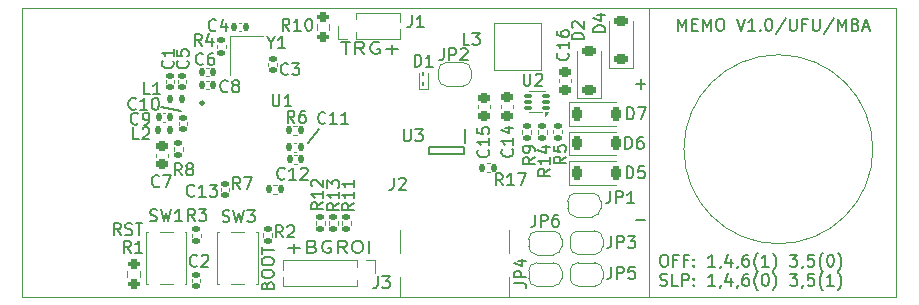
<source format=gto>
G04 #@! TF.GenerationSoftware,KiCad,Pcbnew,8.0.4*
G04 #@! TF.CreationDate,2024-08-27T21:07:45-03:00*
G04 #@! TF.ProjectId,memo,6d656d6f-2e6b-4696-9361-645f70636258,rev?*
G04 #@! TF.SameCoordinates,Original*
G04 #@! TF.FileFunction,Legend,Top*
G04 #@! TF.FilePolarity,Positive*
%FSLAX46Y46*%
G04 Gerber Fmt 4.6, Leading zero omitted, Abs format (unit mm)*
G04 Created by KiCad (PCBNEW 8.0.4) date 2024-08-27 21:07:45*
%MOMM*%
%LPD*%
G01*
G04 APERTURE LIST*
G04 Aperture macros list*
%AMRoundRect*
0 Rectangle with rounded corners*
0 $1 Rounding radius*
0 $2 $3 $4 $5 $6 $7 $8 $9 X,Y pos of 4 corners*
0 Add a 4 corners polygon primitive as box body*
4,1,4,$2,$3,$4,$5,$6,$7,$8,$9,$2,$3,0*
0 Add four circle primitives for the rounded corners*
1,1,$1+$1,$2,$3*
1,1,$1+$1,$4,$5*
1,1,$1+$1,$6,$7*
1,1,$1+$1,$8,$9*
0 Add four rect primitives between the rounded corners*
20,1,$1+$1,$2,$3,$4,$5,0*
20,1,$1+$1,$4,$5,$6,$7,0*
20,1,$1+$1,$6,$7,$8,$9,0*
20,1,$1+$1,$8,$9,$2,$3,0*%
%AMFreePoly0*
4,1,19,0.500000,-0.750000,0.000000,-0.750000,0.000000,-0.744911,-0.071157,-0.744911,-0.207708,-0.704816,-0.327430,-0.627875,-0.420627,-0.520320,-0.479746,-0.390866,-0.500000,-0.250000,-0.500000,0.250000,-0.479746,0.390866,-0.420627,0.520320,-0.327430,0.627875,-0.207708,0.704816,-0.071157,0.744911,0.000000,0.744911,0.000000,0.750000,0.500000,0.750000,0.500000,-0.750000,0.500000,-0.750000,
$1*%
%AMFreePoly1*
4,1,19,0.000000,0.744911,0.071157,0.744911,0.207708,0.704816,0.327430,0.627875,0.420627,0.520320,0.479746,0.390866,0.500000,0.250000,0.500000,-0.250000,0.479746,-0.390866,0.420627,-0.520320,0.327430,-0.627875,0.207708,-0.704816,0.071157,-0.744911,0.000000,-0.744911,0.000000,-0.750000,-0.500000,-0.750000,-0.500000,0.750000,0.000000,0.750000,0.000000,0.744911,0.000000,0.744911,
$1*%
G04 Aperture macros list end*
%ADD10C,0.152400*%
%ADD11C,0.116840*%
%ADD12C,0.150000*%
%ADD13C,0.120000*%
%ADD14C,0.200000*%
%ADD15C,0.250000*%
%ADD16C,0.100000*%
%ADD17RoundRect,0.140000X-0.140000X-0.170000X0.140000X-0.170000X0.140000X0.170000X-0.140000X0.170000X0*%
%ADD18FreePoly0,0.000000*%
%ADD19FreePoly1,0.000000*%
%ADD20RoundRect,0.140000X0.170000X-0.140000X0.170000X0.140000X-0.170000X0.140000X-0.170000X-0.140000X0*%
%ADD21R,1.000000X1.000000*%
%ADD22O,1.000000X1.000000*%
%ADD23RoundRect,0.225000X0.375000X-0.225000X0.375000X0.225000X-0.375000X0.225000X-0.375000X-0.225000X0*%
%ADD24RoundRect,0.135000X-0.185000X0.135000X-0.185000X-0.135000X0.185000X-0.135000X0.185000X0.135000X0*%
%ADD25RoundRect,0.225000X0.250000X-0.225000X0.250000X0.225000X-0.250000X0.225000X-0.250000X-0.225000X0*%
%ADD26R,0.500000X0.900000*%
%ADD27R,0.600000X1.200000*%
%ADD28RoundRect,0.135000X0.185000X-0.135000X0.185000X0.135000X-0.185000X0.135000X-0.185000X-0.135000X0*%
%ADD29R,0.800000X0.300000*%
%ADD30R,0.300000X0.800000*%
%ADD31R,3.750000X3.750000*%
%ADD32R,1.000000X1.150000*%
%ADD33RoundRect,0.225000X-0.225000X-0.375000X0.225000X-0.375000X0.225000X0.375000X-0.225000X0.375000X0*%
%ADD34RoundRect,0.085000X0.265000X0.085000X-0.265000X0.085000X-0.265000X-0.085000X0.265000X-0.085000X0*%
%ADD35R,0.980000X3.400000*%
%ADD36R,0.650000X1.050000*%
%ADD37RoundRect,0.140000X-0.170000X0.140000X-0.170000X-0.140000X0.170000X-0.140000X0.170000X0.140000X0*%
%ADD38RoundRect,0.147500X-0.147500X-0.172500X0.147500X-0.172500X0.147500X0.172500X-0.147500X0.172500X0*%
%ADD39RoundRect,0.062500X-0.062500X0.117500X-0.062500X-0.117500X0.062500X-0.117500X0.062500X0.117500X0*%
%ADD40RoundRect,0.140000X0.140000X0.170000X-0.140000X0.170000X-0.140000X-0.170000X0.140000X-0.170000X0*%
%ADD41RoundRect,0.135000X-0.135000X-0.185000X0.135000X-0.185000X0.135000X0.185000X-0.135000X0.185000X0*%
%ADD42R,0.300000X1.150000*%
%ADD43O,1.000000X2.100000*%
%ADD44O,1.000000X1.600000*%
%ADD45FreePoly0,180.000000*%
%ADD46FreePoly1,180.000000*%
%ADD47RoundRect,0.200000X0.275000X-0.200000X0.275000X0.200000X-0.275000X0.200000X-0.275000X-0.200000X0*%
%ADD48RoundRect,0.225000X-0.250000X0.225000X-0.250000X-0.225000X0.250000X-0.225000X0.250000X0.225000X0*%
%ADD49C,3.450000*%
%ADD50R,2.000000X2.000000*%
%ADD51C,2.000000*%
G04 #@! TA.AperFunction,Profile*
%ADD52C,0.100000*%
G04 #@! TD*
G04 APERTURE END LIST*
D10*
X153735691Y-92416032D02*
X153929215Y-92416032D01*
X153929215Y-92416032D02*
X154025977Y-92464413D01*
X154025977Y-92464413D02*
X154122739Y-92561175D01*
X154122739Y-92561175D02*
X154171120Y-92754699D01*
X154171120Y-92754699D02*
X154171120Y-93093366D01*
X154171120Y-93093366D02*
X154122739Y-93286890D01*
X154122739Y-93286890D02*
X154025977Y-93383652D01*
X154025977Y-93383652D02*
X153929215Y-93432032D01*
X153929215Y-93432032D02*
X153735691Y-93432032D01*
X153735691Y-93432032D02*
X153638929Y-93383652D01*
X153638929Y-93383652D02*
X153542167Y-93286890D01*
X153542167Y-93286890D02*
X153493786Y-93093366D01*
X153493786Y-93093366D02*
X153493786Y-92754699D01*
X153493786Y-92754699D02*
X153542167Y-92561175D01*
X153542167Y-92561175D02*
X153638929Y-92464413D01*
X153638929Y-92464413D02*
X153735691Y-92416032D01*
X154945215Y-92899842D02*
X154606548Y-92899842D01*
X154606548Y-93432032D02*
X154606548Y-92416032D01*
X154606548Y-92416032D02*
X155090358Y-92416032D01*
X155816072Y-92899842D02*
X155477405Y-92899842D01*
X155477405Y-93432032D02*
X155477405Y-92416032D01*
X155477405Y-92416032D02*
X155961215Y-92416032D01*
X156348262Y-93335271D02*
X156396643Y-93383652D01*
X156396643Y-93383652D02*
X156348262Y-93432032D01*
X156348262Y-93432032D02*
X156299881Y-93383652D01*
X156299881Y-93383652D02*
X156348262Y-93335271D01*
X156348262Y-93335271D02*
X156348262Y-93432032D01*
X156348262Y-92803080D02*
X156396643Y-92851461D01*
X156396643Y-92851461D02*
X156348262Y-92899842D01*
X156348262Y-92899842D02*
X156299881Y-92851461D01*
X156299881Y-92851461D02*
X156348262Y-92803080D01*
X156348262Y-92803080D02*
X156348262Y-92899842D01*
X158138358Y-93432032D02*
X157557786Y-93432032D01*
X157848072Y-93432032D02*
X157848072Y-92416032D01*
X157848072Y-92416032D02*
X157751310Y-92561175D01*
X157751310Y-92561175D02*
X157654548Y-92657937D01*
X157654548Y-92657937D02*
X157557786Y-92706318D01*
X158622167Y-93383652D02*
X158622167Y-93432032D01*
X158622167Y-93432032D02*
X158573786Y-93528794D01*
X158573786Y-93528794D02*
X158525405Y-93577175D01*
X159493025Y-92754699D02*
X159493025Y-93432032D01*
X159251120Y-92367652D02*
X159009215Y-93093366D01*
X159009215Y-93093366D02*
X159638168Y-93093366D01*
X160073596Y-93383652D02*
X160073596Y-93432032D01*
X160073596Y-93432032D02*
X160025215Y-93528794D01*
X160025215Y-93528794D02*
X159976834Y-93577175D01*
X160944454Y-92416032D02*
X160750930Y-92416032D01*
X160750930Y-92416032D02*
X160654168Y-92464413D01*
X160654168Y-92464413D02*
X160605787Y-92512794D01*
X160605787Y-92512794D02*
X160509025Y-92657937D01*
X160509025Y-92657937D02*
X160460644Y-92851461D01*
X160460644Y-92851461D02*
X160460644Y-93238509D01*
X160460644Y-93238509D02*
X160509025Y-93335271D01*
X160509025Y-93335271D02*
X160557406Y-93383652D01*
X160557406Y-93383652D02*
X160654168Y-93432032D01*
X160654168Y-93432032D02*
X160847692Y-93432032D01*
X160847692Y-93432032D02*
X160944454Y-93383652D01*
X160944454Y-93383652D02*
X160992835Y-93335271D01*
X160992835Y-93335271D02*
X161041216Y-93238509D01*
X161041216Y-93238509D02*
X161041216Y-92996604D01*
X161041216Y-92996604D02*
X160992835Y-92899842D01*
X160992835Y-92899842D02*
X160944454Y-92851461D01*
X160944454Y-92851461D02*
X160847692Y-92803080D01*
X160847692Y-92803080D02*
X160654168Y-92803080D01*
X160654168Y-92803080D02*
X160557406Y-92851461D01*
X160557406Y-92851461D02*
X160509025Y-92899842D01*
X160509025Y-92899842D02*
X160460644Y-92996604D01*
X161766930Y-93819080D02*
X161718549Y-93770699D01*
X161718549Y-93770699D02*
X161621787Y-93625556D01*
X161621787Y-93625556D02*
X161573406Y-93528794D01*
X161573406Y-93528794D02*
X161525025Y-93383652D01*
X161525025Y-93383652D02*
X161476644Y-93141747D01*
X161476644Y-93141747D02*
X161476644Y-92948223D01*
X161476644Y-92948223D02*
X161525025Y-92706318D01*
X161525025Y-92706318D02*
X161573406Y-92561175D01*
X161573406Y-92561175D02*
X161621787Y-92464413D01*
X161621787Y-92464413D02*
X161718549Y-92319271D01*
X161718549Y-92319271D02*
X161766930Y-92270890D01*
X162686168Y-93432032D02*
X162105596Y-93432032D01*
X162395882Y-93432032D02*
X162395882Y-92416032D01*
X162395882Y-92416032D02*
X162299120Y-92561175D01*
X162299120Y-92561175D02*
X162202358Y-92657937D01*
X162202358Y-92657937D02*
X162105596Y-92706318D01*
X163024834Y-93819080D02*
X163073215Y-93770699D01*
X163073215Y-93770699D02*
X163169977Y-93625556D01*
X163169977Y-93625556D02*
X163218358Y-93528794D01*
X163218358Y-93528794D02*
X163266739Y-93383652D01*
X163266739Y-93383652D02*
X163315120Y-93141747D01*
X163315120Y-93141747D02*
X163315120Y-92948223D01*
X163315120Y-92948223D02*
X163266739Y-92706318D01*
X163266739Y-92706318D02*
X163218358Y-92561175D01*
X163218358Y-92561175D02*
X163169977Y-92464413D01*
X163169977Y-92464413D02*
X163073215Y-92319271D01*
X163073215Y-92319271D02*
X163024834Y-92270890D01*
X164476262Y-92416032D02*
X165105215Y-92416032D01*
X165105215Y-92416032D02*
X164766548Y-92803080D01*
X164766548Y-92803080D02*
X164911691Y-92803080D01*
X164911691Y-92803080D02*
X165008453Y-92851461D01*
X165008453Y-92851461D02*
X165056834Y-92899842D01*
X165056834Y-92899842D02*
X165105215Y-92996604D01*
X165105215Y-92996604D02*
X165105215Y-93238509D01*
X165105215Y-93238509D02*
X165056834Y-93335271D01*
X165056834Y-93335271D02*
X165008453Y-93383652D01*
X165008453Y-93383652D02*
X164911691Y-93432032D01*
X164911691Y-93432032D02*
X164621405Y-93432032D01*
X164621405Y-93432032D02*
X164524643Y-93383652D01*
X164524643Y-93383652D02*
X164476262Y-93335271D01*
X165589024Y-93383652D02*
X165589024Y-93432032D01*
X165589024Y-93432032D02*
X165540643Y-93528794D01*
X165540643Y-93528794D02*
X165492262Y-93577175D01*
X166508263Y-92416032D02*
X166024453Y-92416032D01*
X166024453Y-92416032D02*
X165976072Y-92899842D01*
X165976072Y-92899842D02*
X166024453Y-92851461D01*
X166024453Y-92851461D02*
X166121215Y-92803080D01*
X166121215Y-92803080D02*
X166363120Y-92803080D01*
X166363120Y-92803080D02*
X166459882Y-92851461D01*
X166459882Y-92851461D02*
X166508263Y-92899842D01*
X166508263Y-92899842D02*
X166556644Y-92996604D01*
X166556644Y-92996604D02*
X166556644Y-93238509D01*
X166556644Y-93238509D02*
X166508263Y-93335271D01*
X166508263Y-93335271D02*
X166459882Y-93383652D01*
X166459882Y-93383652D02*
X166363120Y-93432032D01*
X166363120Y-93432032D02*
X166121215Y-93432032D01*
X166121215Y-93432032D02*
X166024453Y-93383652D01*
X166024453Y-93383652D02*
X165976072Y-93335271D01*
X167282358Y-93819080D02*
X167233977Y-93770699D01*
X167233977Y-93770699D02*
X167137215Y-93625556D01*
X167137215Y-93625556D02*
X167088834Y-93528794D01*
X167088834Y-93528794D02*
X167040453Y-93383652D01*
X167040453Y-93383652D02*
X166992072Y-93141747D01*
X166992072Y-93141747D02*
X166992072Y-92948223D01*
X166992072Y-92948223D02*
X167040453Y-92706318D01*
X167040453Y-92706318D02*
X167088834Y-92561175D01*
X167088834Y-92561175D02*
X167137215Y-92464413D01*
X167137215Y-92464413D02*
X167233977Y-92319271D01*
X167233977Y-92319271D02*
X167282358Y-92270890D01*
X167862929Y-92416032D02*
X167959691Y-92416032D01*
X167959691Y-92416032D02*
X168056453Y-92464413D01*
X168056453Y-92464413D02*
X168104834Y-92512794D01*
X168104834Y-92512794D02*
X168153215Y-92609556D01*
X168153215Y-92609556D02*
X168201596Y-92803080D01*
X168201596Y-92803080D02*
X168201596Y-93044985D01*
X168201596Y-93044985D02*
X168153215Y-93238509D01*
X168153215Y-93238509D02*
X168104834Y-93335271D01*
X168104834Y-93335271D02*
X168056453Y-93383652D01*
X168056453Y-93383652D02*
X167959691Y-93432032D01*
X167959691Y-93432032D02*
X167862929Y-93432032D01*
X167862929Y-93432032D02*
X167766167Y-93383652D01*
X167766167Y-93383652D02*
X167717786Y-93335271D01*
X167717786Y-93335271D02*
X167669405Y-93238509D01*
X167669405Y-93238509D02*
X167621024Y-93044985D01*
X167621024Y-93044985D02*
X167621024Y-92803080D01*
X167621024Y-92803080D02*
X167669405Y-92609556D01*
X167669405Y-92609556D02*
X167717786Y-92512794D01*
X167717786Y-92512794D02*
X167766167Y-92464413D01*
X167766167Y-92464413D02*
X167862929Y-92416032D01*
X168540262Y-93819080D02*
X168588643Y-93770699D01*
X168588643Y-93770699D02*
X168685405Y-93625556D01*
X168685405Y-93625556D02*
X168733786Y-93528794D01*
X168733786Y-93528794D02*
X168782167Y-93383652D01*
X168782167Y-93383652D02*
X168830548Y-93141747D01*
X168830548Y-93141747D02*
X168830548Y-92948223D01*
X168830548Y-92948223D02*
X168782167Y-92706318D01*
X168782167Y-92706318D02*
X168733786Y-92561175D01*
X168733786Y-92561175D02*
X168685405Y-92464413D01*
X168685405Y-92464413D02*
X168588643Y-92319271D01*
X168588643Y-92319271D02*
X168540262Y-92270890D01*
X153493786Y-95019355D02*
X153638929Y-95067735D01*
X153638929Y-95067735D02*
X153880834Y-95067735D01*
X153880834Y-95067735D02*
X153977596Y-95019355D01*
X153977596Y-95019355D02*
X154025977Y-94970974D01*
X154025977Y-94970974D02*
X154074358Y-94874212D01*
X154074358Y-94874212D02*
X154074358Y-94777450D01*
X154074358Y-94777450D02*
X154025977Y-94680688D01*
X154025977Y-94680688D02*
X153977596Y-94632307D01*
X153977596Y-94632307D02*
X153880834Y-94583926D01*
X153880834Y-94583926D02*
X153687310Y-94535545D01*
X153687310Y-94535545D02*
X153590548Y-94487164D01*
X153590548Y-94487164D02*
X153542167Y-94438783D01*
X153542167Y-94438783D02*
X153493786Y-94342021D01*
X153493786Y-94342021D02*
X153493786Y-94245259D01*
X153493786Y-94245259D02*
X153542167Y-94148497D01*
X153542167Y-94148497D02*
X153590548Y-94100116D01*
X153590548Y-94100116D02*
X153687310Y-94051735D01*
X153687310Y-94051735D02*
X153929215Y-94051735D01*
X153929215Y-94051735D02*
X154074358Y-94100116D01*
X154993596Y-95067735D02*
X154509786Y-95067735D01*
X154509786Y-95067735D02*
X154509786Y-94051735D01*
X155332262Y-95067735D02*
X155332262Y-94051735D01*
X155332262Y-94051735D02*
X155719310Y-94051735D01*
X155719310Y-94051735D02*
X155816072Y-94100116D01*
X155816072Y-94100116D02*
X155864453Y-94148497D01*
X155864453Y-94148497D02*
X155912834Y-94245259D01*
X155912834Y-94245259D02*
X155912834Y-94390402D01*
X155912834Y-94390402D02*
X155864453Y-94487164D01*
X155864453Y-94487164D02*
X155816072Y-94535545D01*
X155816072Y-94535545D02*
X155719310Y-94583926D01*
X155719310Y-94583926D02*
X155332262Y-94583926D01*
X156348262Y-94970974D02*
X156396643Y-95019355D01*
X156396643Y-95019355D02*
X156348262Y-95067735D01*
X156348262Y-95067735D02*
X156299881Y-95019355D01*
X156299881Y-95019355D02*
X156348262Y-94970974D01*
X156348262Y-94970974D02*
X156348262Y-95067735D01*
X156348262Y-94438783D02*
X156396643Y-94487164D01*
X156396643Y-94487164D02*
X156348262Y-94535545D01*
X156348262Y-94535545D02*
X156299881Y-94487164D01*
X156299881Y-94487164D02*
X156348262Y-94438783D01*
X156348262Y-94438783D02*
X156348262Y-94535545D01*
X158138358Y-95067735D02*
X157557786Y-95067735D01*
X157848072Y-95067735D02*
X157848072Y-94051735D01*
X157848072Y-94051735D02*
X157751310Y-94196878D01*
X157751310Y-94196878D02*
X157654548Y-94293640D01*
X157654548Y-94293640D02*
X157557786Y-94342021D01*
X158622167Y-95019355D02*
X158622167Y-95067735D01*
X158622167Y-95067735D02*
X158573786Y-95164497D01*
X158573786Y-95164497D02*
X158525405Y-95212878D01*
X159493025Y-94390402D02*
X159493025Y-95067735D01*
X159251120Y-94003355D02*
X159009215Y-94729069D01*
X159009215Y-94729069D02*
X159638168Y-94729069D01*
X160073596Y-95019355D02*
X160073596Y-95067735D01*
X160073596Y-95067735D02*
X160025215Y-95164497D01*
X160025215Y-95164497D02*
X159976834Y-95212878D01*
X160944454Y-94051735D02*
X160750930Y-94051735D01*
X160750930Y-94051735D02*
X160654168Y-94100116D01*
X160654168Y-94100116D02*
X160605787Y-94148497D01*
X160605787Y-94148497D02*
X160509025Y-94293640D01*
X160509025Y-94293640D02*
X160460644Y-94487164D01*
X160460644Y-94487164D02*
X160460644Y-94874212D01*
X160460644Y-94874212D02*
X160509025Y-94970974D01*
X160509025Y-94970974D02*
X160557406Y-95019355D01*
X160557406Y-95019355D02*
X160654168Y-95067735D01*
X160654168Y-95067735D02*
X160847692Y-95067735D01*
X160847692Y-95067735D02*
X160944454Y-95019355D01*
X160944454Y-95019355D02*
X160992835Y-94970974D01*
X160992835Y-94970974D02*
X161041216Y-94874212D01*
X161041216Y-94874212D02*
X161041216Y-94632307D01*
X161041216Y-94632307D02*
X160992835Y-94535545D01*
X160992835Y-94535545D02*
X160944454Y-94487164D01*
X160944454Y-94487164D02*
X160847692Y-94438783D01*
X160847692Y-94438783D02*
X160654168Y-94438783D01*
X160654168Y-94438783D02*
X160557406Y-94487164D01*
X160557406Y-94487164D02*
X160509025Y-94535545D01*
X160509025Y-94535545D02*
X160460644Y-94632307D01*
X161766930Y-95454783D02*
X161718549Y-95406402D01*
X161718549Y-95406402D02*
X161621787Y-95261259D01*
X161621787Y-95261259D02*
X161573406Y-95164497D01*
X161573406Y-95164497D02*
X161525025Y-95019355D01*
X161525025Y-95019355D02*
X161476644Y-94777450D01*
X161476644Y-94777450D02*
X161476644Y-94583926D01*
X161476644Y-94583926D02*
X161525025Y-94342021D01*
X161525025Y-94342021D02*
X161573406Y-94196878D01*
X161573406Y-94196878D02*
X161621787Y-94100116D01*
X161621787Y-94100116D02*
X161718549Y-93954974D01*
X161718549Y-93954974D02*
X161766930Y-93906593D01*
X162347501Y-94051735D02*
X162444263Y-94051735D01*
X162444263Y-94051735D02*
X162541025Y-94100116D01*
X162541025Y-94100116D02*
X162589406Y-94148497D01*
X162589406Y-94148497D02*
X162637787Y-94245259D01*
X162637787Y-94245259D02*
X162686168Y-94438783D01*
X162686168Y-94438783D02*
X162686168Y-94680688D01*
X162686168Y-94680688D02*
X162637787Y-94874212D01*
X162637787Y-94874212D02*
X162589406Y-94970974D01*
X162589406Y-94970974D02*
X162541025Y-95019355D01*
X162541025Y-95019355D02*
X162444263Y-95067735D01*
X162444263Y-95067735D02*
X162347501Y-95067735D01*
X162347501Y-95067735D02*
X162250739Y-95019355D01*
X162250739Y-95019355D02*
X162202358Y-94970974D01*
X162202358Y-94970974D02*
X162153977Y-94874212D01*
X162153977Y-94874212D02*
X162105596Y-94680688D01*
X162105596Y-94680688D02*
X162105596Y-94438783D01*
X162105596Y-94438783D02*
X162153977Y-94245259D01*
X162153977Y-94245259D02*
X162202358Y-94148497D01*
X162202358Y-94148497D02*
X162250739Y-94100116D01*
X162250739Y-94100116D02*
X162347501Y-94051735D01*
X163024834Y-95454783D02*
X163073215Y-95406402D01*
X163073215Y-95406402D02*
X163169977Y-95261259D01*
X163169977Y-95261259D02*
X163218358Y-95164497D01*
X163218358Y-95164497D02*
X163266739Y-95019355D01*
X163266739Y-95019355D02*
X163315120Y-94777450D01*
X163315120Y-94777450D02*
X163315120Y-94583926D01*
X163315120Y-94583926D02*
X163266739Y-94342021D01*
X163266739Y-94342021D02*
X163218358Y-94196878D01*
X163218358Y-94196878D02*
X163169977Y-94100116D01*
X163169977Y-94100116D02*
X163073215Y-93954974D01*
X163073215Y-93954974D02*
X163024834Y-93906593D01*
X164476262Y-94051735D02*
X165105215Y-94051735D01*
X165105215Y-94051735D02*
X164766548Y-94438783D01*
X164766548Y-94438783D02*
X164911691Y-94438783D01*
X164911691Y-94438783D02*
X165008453Y-94487164D01*
X165008453Y-94487164D02*
X165056834Y-94535545D01*
X165056834Y-94535545D02*
X165105215Y-94632307D01*
X165105215Y-94632307D02*
X165105215Y-94874212D01*
X165105215Y-94874212D02*
X165056834Y-94970974D01*
X165056834Y-94970974D02*
X165008453Y-95019355D01*
X165008453Y-95019355D02*
X164911691Y-95067735D01*
X164911691Y-95067735D02*
X164621405Y-95067735D01*
X164621405Y-95067735D02*
X164524643Y-95019355D01*
X164524643Y-95019355D02*
X164476262Y-94970974D01*
X165589024Y-95019355D02*
X165589024Y-95067735D01*
X165589024Y-95067735D02*
X165540643Y-95164497D01*
X165540643Y-95164497D02*
X165492262Y-95212878D01*
X166508263Y-94051735D02*
X166024453Y-94051735D01*
X166024453Y-94051735D02*
X165976072Y-94535545D01*
X165976072Y-94535545D02*
X166024453Y-94487164D01*
X166024453Y-94487164D02*
X166121215Y-94438783D01*
X166121215Y-94438783D02*
X166363120Y-94438783D01*
X166363120Y-94438783D02*
X166459882Y-94487164D01*
X166459882Y-94487164D02*
X166508263Y-94535545D01*
X166508263Y-94535545D02*
X166556644Y-94632307D01*
X166556644Y-94632307D02*
X166556644Y-94874212D01*
X166556644Y-94874212D02*
X166508263Y-94970974D01*
X166508263Y-94970974D02*
X166459882Y-95019355D01*
X166459882Y-95019355D02*
X166363120Y-95067735D01*
X166363120Y-95067735D02*
X166121215Y-95067735D01*
X166121215Y-95067735D02*
X166024453Y-95019355D01*
X166024453Y-95019355D02*
X165976072Y-94970974D01*
X167282358Y-95454783D02*
X167233977Y-95406402D01*
X167233977Y-95406402D02*
X167137215Y-95261259D01*
X167137215Y-95261259D02*
X167088834Y-95164497D01*
X167088834Y-95164497D02*
X167040453Y-95019355D01*
X167040453Y-95019355D02*
X166992072Y-94777450D01*
X166992072Y-94777450D02*
X166992072Y-94583926D01*
X166992072Y-94583926D02*
X167040453Y-94342021D01*
X167040453Y-94342021D02*
X167088834Y-94196878D01*
X167088834Y-94196878D02*
X167137215Y-94100116D01*
X167137215Y-94100116D02*
X167233977Y-93954974D01*
X167233977Y-93954974D02*
X167282358Y-93906593D01*
X168201596Y-95067735D02*
X167621024Y-95067735D01*
X167911310Y-95067735D02*
X167911310Y-94051735D01*
X167911310Y-94051735D02*
X167814548Y-94196878D01*
X167814548Y-94196878D02*
X167717786Y-94293640D01*
X167717786Y-94293640D02*
X167621024Y-94342021D01*
X168540262Y-95454783D02*
X168588643Y-95406402D01*
X168588643Y-95406402D02*
X168685405Y-95261259D01*
X168685405Y-95261259D02*
X168733786Y-95164497D01*
X168733786Y-95164497D02*
X168782167Y-95019355D01*
X168782167Y-95019355D02*
X168830548Y-94777450D01*
X168830548Y-94777450D02*
X168830548Y-94583926D01*
X168830548Y-94583926D02*
X168782167Y-94342021D01*
X168782167Y-94342021D02*
X168733786Y-94196878D01*
X168733786Y-94196878D02*
X168685405Y-94100116D01*
X168685405Y-94100116D02*
X168588643Y-93954974D01*
X168588643Y-93954974D02*
X168540262Y-93906593D01*
D11*
X152550000Y-71500000D02*
X152550000Y-96000000D01*
D12*
X123650000Y-83000000D02*
X124600000Y-81800000D01*
X111250000Y-79950000D02*
X112950000Y-80250000D01*
D10*
X122008691Y-91880688D02*
X122995663Y-91880688D01*
X122502177Y-92267735D02*
X122502177Y-91493640D01*
X124044320Y-91735545D02*
X124229377Y-91783926D01*
X124229377Y-91783926D02*
X124291063Y-91832307D01*
X124291063Y-91832307D02*
X124352749Y-91929069D01*
X124352749Y-91929069D02*
X124352749Y-92074212D01*
X124352749Y-92074212D02*
X124291063Y-92170974D01*
X124291063Y-92170974D02*
X124229377Y-92219355D01*
X124229377Y-92219355D02*
X124106006Y-92267735D01*
X124106006Y-92267735D02*
X123612520Y-92267735D01*
X123612520Y-92267735D02*
X123612520Y-91251735D01*
X123612520Y-91251735D02*
X124044320Y-91251735D01*
X124044320Y-91251735D02*
X124167692Y-91300116D01*
X124167692Y-91300116D02*
X124229377Y-91348497D01*
X124229377Y-91348497D02*
X124291063Y-91445259D01*
X124291063Y-91445259D02*
X124291063Y-91542021D01*
X124291063Y-91542021D02*
X124229377Y-91638783D01*
X124229377Y-91638783D02*
X124167692Y-91687164D01*
X124167692Y-91687164D02*
X124044320Y-91735545D01*
X124044320Y-91735545D02*
X123612520Y-91735545D01*
X125586463Y-91300116D02*
X125463092Y-91251735D01*
X125463092Y-91251735D02*
X125278034Y-91251735D01*
X125278034Y-91251735D02*
X125092977Y-91300116D01*
X125092977Y-91300116D02*
X124969606Y-91396878D01*
X124969606Y-91396878D02*
X124907920Y-91493640D01*
X124907920Y-91493640D02*
X124846234Y-91687164D01*
X124846234Y-91687164D02*
X124846234Y-91832307D01*
X124846234Y-91832307D02*
X124907920Y-92025831D01*
X124907920Y-92025831D02*
X124969606Y-92122593D01*
X124969606Y-92122593D02*
X125092977Y-92219355D01*
X125092977Y-92219355D02*
X125278034Y-92267735D01*
X125278034Y-92267735D02*
X125401406Y-92267735D01*
X125401406Y-92267735D02*
X125586463Y-92219355D01*
X125586463Y-92219355D02*
X125648149Y-92170974D01*
X125648149Y-92170974D02*
X125648149Y-91832307D01*
X125648149Y-91832307D02*
X125401406Y-91832307D01*
X126943549Y-92267735D02*
X126511749Y-91783926D01*
X126203320Y-92267735D02*
X126203320Y-91251735D01*
X126203320Y-91251735D02*
X126696806Y-91251735D01*
X126696806Y-91251735D02*
X126820177Y-91300116D01*
X126820177Y-91300116D02*
X126881863Y-91348497D01*
X126881863Y-91348497D02*
X126943549Y-91445259D01*
X126943549Y-91445259D02*
X126943549Y-91590402D01*
X126943549Y-91590402D02*
X126881863Y-91687164D01*
X126881863Y-91687164D02*
X126820177Y-91735545D01*
X126820177Y-91735545D02*
X126696806Y-91783926D01*
X126696806Y-91783926D02*
X126203320Y-91783926D01*
X127745463Y-91251735D02*
X127992206Y-91251735D01*
X127992206Y-91251735D02*
X128115577Y-91300116D01*
X128115577Y-91300116D02*
X128238949Y-91396878D01*
X128238949Y-91396878D02*
X128300634Y-91590402D01*
X128300634Y-91590402D02*
X128300634Y-91929069D01*
X128300634Y-91929069D02*
X128238949Y-92122593D01*
X128238949Y-92122593D02*
X128115577Y-92219355D01*
X128115577Y-92219355D02*
X127992206Y-92267735D01*
X127992206Y-92267735D02*
X127745463Y-92267735D01*
X127745463Y-92267735D02*
X127622092Y-92219355D01*
X127622092Y-92219355D02*
X127498720Y-92122593D01*
X127498720Y-92122593D02*
X127437034Y-91929069D01*
X127437034Y-91929069D02*
X127437034Y-91590402D01*
X127437034Y-91590402D02*
X127498720Y-91396878D01*
X127498720Y-91396878D02*
X127622092Y-91300116D01*
X127622092Y-91300116D02*
X127745463Y-91251735D01*
X128855806Y-92267735D02*
X128855806Y-91251735D01*
X126476053Y-74401735D02*
X127230796Y-74401735D01*
X126853424Y-75417735D02*
X126853424Y-74401735D01*
X128425806Y-75417735D02*
X127985539Y-74933926D01*
X127671063Y-75417735D02*
X127671063Y-74401735D01*
X127671063Y-74401735D02*
X128174225Y-74401735D01*
X128174225Y-74401735D02*
X128300015Y-74450116D01*
X128300015Y-74450116D02*
X128362910Y-74498497D01*
X128362910Y-74498497D02*
X128425806Y-74595259D01*
X128425806Y-74595259D02*
X128425806Y-74740402D01*
X128425806Y-74740402D02*
X128362910Y-74837164D01*
X128362910Y-74837164D02*
X128300015Y-74885545D01*
X128300015Y-74885545D02*
X128174225Y-74933926D01*
X128174225Y-74933926D02*
X127671063Y-74933926D01*
X129683710Y-74450116D02*
X129557920Y-74401735D01*
X129557920Y-74401735D02*
X129369234Y-74401735D01*
X129369234Y-74401735D02*
X129180548Y-74450116D01*
X129180548Y-74450116D02*
X129054758Y-74546878D01*
X129054758Y-74546878D02*
X128991863Y-74643640D01*
X128991863Y-74643640D02*
X128928967Y-74837164D01*
X128928967Y-74837164D02*
X128928967Y-74982307D01*
X128928967Y-74982307D02*
X128991863Y-75175831D01*
X128991863Y-75175831D02*
X129054758Y-75272593D01*
X129054758Y-75272593D02*
X129180548Y-75369355D01*
X129180548Y-75369355D02*
X129369234Y-75417735D01*
X129369234Y-75417735D02*
X129495025Y-75417735D01*
X129495025Y-75417735D02*
X129683710Y-75369355D01*
X129683710Y-75369355D02*
X129746606Y-75320974D01*
X129746606Y-75320974D02*
X129746606Y-74982307D01*
X129746606Y-74982307D02*
X129495025Y-74982307D01*
X130312663Y-75030688D02*
X131318987Y-75030688D01*
X130815825Y-75417735D02*
X130815825Y-74643640D01*
X155042167Y-73467735D02*
X155042167Y-72451735D01*
X155042167Y-72451735D02*
X155380834Y-73177450D01*
X155380834Y-73177450D02*
X155719501Y-72451735D01*
X155719501Y-72451735D02*
X155719501Y-73467735D01*
X156203310Y-72935545D02*
X156541977Y-72935545D01*
X156687120Y-73467735D02*
X156203310Y-73467735D01*
X156203310Y-73467735D02*
X156203310Y-72451735D01*
X156203310Y-72451735D02*
X156687120Y-72451735D01*
X157122548Y-73467735D02*
X157122548Y-72451735D01*
X157122548Y-72451735D02*
X157461215Y-73177450D01*
X157461215Y-73177450D02*
X157799882Y-72451735D01*
X157799882Y-72451735D02*
X157799882Y-73467735D01*
X158477215Y-72451735D02*
X158670739Y-72451735D01*
X158670739Y-72451735D02*
X158767501Y-72500116D01*
X158767501Y-72500116D02*
X158864263Y-72596878D01*
X158864263Y-72596878D02*
X158912644Y-72790402D01*
X158912644Y-72790402D02*
X158912644Y-73129069D01*
X158912644Y-73129069D02*
X158864263Y-73322593D01*
X158864263Y-73322593D02*
X158767501Y-73419355D01*
X158767501Y-73419355D02*
X158670739Y-73467735D01*
X158670739Y-73467735D02*
X158477215Y-73467735D01*
X158477215Y-73467735D02*
X158380453Y-73419355D01*
X158380453Y-73419355D02*
X158283691Y-73322593D01*
X158283691Y-73322593D02*
X158235310Y-73129069D01*
X158235310Y-73129069D02*
X158235310Y-72790402D01*
X158235310Y-72790402D02*
X158283691Y-72596878D01*
X158283691Y-72596878D02*
X158380453Y-72500116D01*
X158380453Y-72500116D02*
X158477215Y-72451735D01*
X159977024Y-72451735D02*
X160315691Y-73467735D01*
X160315691Y-73467735D02*
X160654358Y-72451735D01*
X161525215Y-73467735D02*
X160944643Y-73467735D01*
X161234929Y-73467735D02*
X161234929Y-72451735D01*
X161234929Y-72451735D02*
X161138167Y-72596878D01*
X161138167Y-72596878D02*
X161041405Y-72693640D01*
X161041405Y-72693640D02*
X160944643Y-72742021D01*
X161960643Y-73370974D02*
X162009024Y-73419355D01*
X162009024Y-73419355D02*
X161960643Y-73467735D01*
X161960643Y-73467735D02*
X161912262Y-73419355D01*
X161912262Y-73419355D02*
X161960643Y-73370974D01*
X161960643Y-73370974D02*
X161960643Y-73467735D01*
X162637977Y-72451735D02*
X162734739Y-72451735D01*
X162734739Y-72451735D02*
X162831501Y-72500116D01*
X162831501Y-72500116D02*
X162879882Y-72548497D01*
X162879882Y-72548497D02*
X162928263Y-72645259D01*
X162928263Y-72645259D02*
X162976644Y-72838783D01*
X162976644Y-72838783D02*
X162976644Y-73080688D01*
X162976644Y-73080688D02*
X162928263Y-73274212D01*
X162928263Y-73274212D02*
X162879882Y-73370974D01*
X162879882Y-73370974D02*
X162831501Y-73419355D01*
X162831501Y-73419355D02*
X162734739Y-73467735D01*
X162734739Y-73467735D02*
X162637977Y-73467735D01*
X162637977Y-73467735D02*
X162541215Y-73419355D01*
X162541215Y-73419355D02*
X162492834Y-73370974D01*
X162492834Y-73370974D02*
X162444453Y-73274212D01*
X162444453Y-73274212D02*
X162396072Y-73080688D01*
X162396072Y-73080688D02*
X162396072Y-72838783D01*
X162396072Y-72838783D02*
X162444453Y-72645259D01*
X162444453Y-72645259D02*
X162492834Y-72548497D01*
X162492834Y-72548497D02*
X162541215Y-72500116D01*
X162541215Y-72500116D02*
X162637977Y-72451735D01*
X164137787Y-72403355D02*
X163266929Y-73709640D01*
X164476453Y-72451735D02*
X164476453Y-73274212D01*
X164476453Y-73274212D02*
X164524834Y-73370974D01*
X164524834Y-73370974D02*
X164573215Y-73419355D01*
X164573215Y-73419355D02*
X164669977Y-73467735D01*
X164669977Y-73467735D02*
X164863501Y-73467735D01*
X164863501Y-73467735D02*
X164960263Y-73419355D01*
X164960263Y-73419355D02*
X165008644Y-73370974D01*
X165008644Y-73370974D02*
X165057025Y-73274212D01*
X165057025Y-73274212D02*
X165057025Y-72451735D01*
X165879501Y-72935545D02*
X165540834Y-72935545D01*
X165540834Y-73467735D02*
X165540834Y-72451735D01*
X165540834Y-72451735D02*
X166024644Y-72451735D01*
X166411691Y-72451735D02*
X166411691Y-73274212D01*
X166411691Y-73274212D02*
X166460072Y-73370974D01*
X166460072Y-73370974D02*
X166508453Y-73419355D01*
X166508453Y-73419355D02*
X166605215Y-73467735D01*
X166605215Y-73467735D02*
X166798739Y-73467735D01*
X166798739Y-73467735D02*
X166895501Y-73419355D01*
X166895501Y-73419355D02*
X166943882Y-73370974D01*
X166943882Y-73370974D02*
X166992263Y-73274212D01*
X166992263Y-73274212D02*
X166992263Y-72451735D01*
X168201787Y-72403355D02*
X167330929Y-73709640D01*
X168540453Y-73467735D02*
X168540453Y-72451735D01*
X168540453Y-72451735D02*
X168879120Y-73177450D01*
X168879120Y-73177450D02*
X169217787Y-72451735D01*
X169217787Y-72451735D02*
X169217787Y-73467735D01*
X170040263Y-72935545D02*
X170185406Y-72983926D01*
X170185406Y-72983926D02*
X170233787Y-73032307D01*
X170233787Y-73032307D02*
X170282168Y-73129069D01*
X170282168Y-73129069D02*
X170282168Y-73274212D01*
X170282168Y-73274212D02*
X170233787Y-73370974D01*
X170233787Y-73370974D02*
X170185406Y-73419355D01*
X170185406Y-73419355D02*
X170088644Y-73467735D01*
X170088644Y-73467735D02*
X169701596Y-73467735D01*
X169701596Y-73467735D02*
X169701596Y-72451735D01*
X169701596Y-72451735D02*
X170040263Y-72451735D01*
X170040263Y-72451735D02*
X170137025Y-72500116D01*
X170137025Y-72500116D02*
X170185406Y-72548497D01*
X170185406Y-72548497D02*
X170233787Y-72645259D01*
X170233787Y-72645259D02*
X170233787Y-72742021D01*
X170233787Y-72742021D02*
X170185406Y-72838783D01*
X170185406Y-72838783D02*
X170137025Y-72887164D01*
X170137025Y-72887164D02*
X170040263Y-72935545D01*
X170040263Y-72935545D02*
X169701596Y-72935545D01*
X170669215Y-73177450D02*
X171153025Y-73177450D01*
X170572453Y-73467735D02*
X170911120Y-72451735D01*
X170911120Y-72451735D02*
X171249787Y-73467735D01*
X151442167Y-77980688D02*
X152216263Y-77980688D01*
X151829215Y-78367735D02*
X151829215Y-77593640D01*
X107822739Y-90767735D02*
X107484072Y-90283926D01*
X107242167Y-90767735D02*
X107242167Y-89751735D01*
X107242167Y-89751735D02*
X107629215Y-89751735D01*
X107629215Y-89751735D02*
X107725977Y-89800116D01*
X107725977Y-89800116D02*
X107774358Y-89848497D01*
X107774358Y-89848497D02*
X107822739Y-89945259D01*
X107822739Y-89945259D02*
X107822739Y-90090402D01*
X107822739Y-90090402D02*
X107774358Y-90187164D01*
X107774358Y-90187164D02*
X107725977Y-90235545D01*
X107725977Y-90235545D02*
X107629215Y-90283926D01*
X107629215Y-90283926D02*
X107242167Y-90283926D01*
X108209786Y-90719355D02*
X108354929Y-90767735D01*
X108354929Y-90767735D02*
X108596834Y-90767735D01*
X108596834Y-90767735D02*
X108693596Y-90719355D01*
X108693596Y-90719355D02*
X108741977Y-90670974D01*
X108741977Y-90670974D02*
X108790358Y-90574212D01*
X108790358Y-90574212D02*
X108790358Y-90477450D01*
X108790358Y-90477450D02*
X108741977Y-90380688D01*
X108741977Y-90380688D02*
X108693596Y-90332307D01*
X108693596Y-90332307D02*
X108596834Y-90283926D01*
X108596834Y-90283926D02*
X108403310Y-90235545D01*
X108403310Y-90235545D02*
X108306548Y-90187164D01*
X108306548Y-90187164D02*
X108258167Y-90138783D01*
X108258167Y-90138783D02*
X108209786Y-90042021D01*
X108209786Y-90042021D02*
X108209786Y-89945259D01*
X108209786Y-89945259D02*
X108258167Y-89848497D01*
X108258167Y-89848497D02*
X108306548Y-89800116D01*
X108306548Y-89800116D02*
X108403310Y-89751735D01*
X108403310Y-89751735D02*
X108645215Y-89751735D01*
X108645215Y-89751735D02*
X108790358Y-89800116D01*
X109080643Y-89751735D02*
X109661215Y-89751735D01*
X109370929Y-90767735D02*
X109370929Y-89751735D01*
X151442167Y-89530688D02*
X152216263Y-89530688D01*
X120235545Y-95019165D02*
X120283926Y-94874022D01*
X120283926Y-94874022D02*
X120332307Y-94825641D01*
X120332307Y-94825641D02*
X120429069Y-94777260D01*
X120429069Y-94777260D02*
X120574212Y-94777260D01*
X120574212Y-94777260D02*
X120670974Y-94825641D01*
X120670974Y-94825641D02*
X120719355Y-94874022D01*
X120719355Y-94874022D02*
X120767735Y-94970784D01*
X120767735Y-94970784D02*
X120767735Y-95357832D01*
X120767735Y-95357832D02*
X119751735Y-95357832D01*
X119751735Y-95357832D02*
X119751735Y-95019165D01*
X119751735Y-95019165D02*
X119800116Y-94922403D01*
X119800116Y-94922403D02*
X119848497Y-94874022D01*
X119848497Y-94874022D02*
X119945259Y-94825641D01*
X119945259Y-94825641D02*
X120042021Y-94825641D01*
X120042021Y-94825641D02*
X120138783Y-94874022D01*
X120138783Y-94874022D02*
X120187164Y-94922403D01*
X120187164Y-94922403D02*
X120235545Y-95019165D01*
X120235545Y-95019165D02*
X120235545Y-95357832D01*
X119751735Y-94148308D02*
X119751735Y-93954784D01*
X119751735Y-93954784D02*
X119800116Y-93858022D01*
X119800116Y-93858022D02*
X119896878Y-93761260D01*
X119896878Y-93761260D02*
X120090402Y-93712879D01*
X120090402Y-93712879D02*
X120429069Y-93712879D01*
X120429069Y-93712879D02*
X120622593Y-93761260D01*
X120622593Y-93761260D02*
X120719355Y-93858022D01*
X120719355Y-93858022D02*
X120767735Y-93954784D01*
X120767735Y-93954784D02*
X120767735Y-94148308D01*
X120767735Y-94148308D02*
X120719355Y-94245070D01*
X120719355Y-94245070D02*
X120622593Y-94341832D01*
X120622593Y-94341832D02*
X120429069Y-94390213D01*
X120429069Y-94390213D02*
X120090402Y-94390213D01*
X120090402Y-94390213D02*
X119896878Y-94341832D01*
X119896878Y-94341832D02*
X119800116Y-94245070D01*
X119800116Y-94245070D02*
X119751735Y-94148308D01*
X119751735Y-93083927D02*
X119751735Y-92890403D01*
X119751735Y-92890403D02*
X119800116Y-92793641D01*
X119800116Y-92793641D02*
X119896878Y-92696879D01*
X119896878Y-92696879D02*
X120090402Y-92648498D01*
X120090402Y-92648498D02*
X120429069Y-92648498D01*
X120429069Y-92648498D02*
X120622593Y-92696879D01*
X120622593Y-92696879D02*
X120719355Y-92793641D01*
X120719355Y-92793641D02*
X120767735Y-92890403D01*
X120767735Y-92890403D02*
X120767735Y-93083927D01*
X120767735Y-93083927D02*
X120719355Y-93180689D01*
X120719355Y-93180689D02*
X120622593Y-93277451D01*
X120622593Y-93277451D02*
X120429069Y-93325832D01*
X120429069Y-93325832D02*
X120090402Y-93325832D01*
X120090402Y-93325832D02*
X119896878Y-93277451D01*
X119896878Y-93277451D02*
X119800116Y-93180689D01*
X119800116Y-93180689D02*
X119751735Y-93083927D01*
X119751735Y-92358213D02*
X119751735Y-91777641D01*
X120767735Y-92067927D02*
X119751735Y-92067927D01*
X125146857Y-81265334D02*
X125098476Y-81313715D01*
X125098476Y-81313715D02*
X124953333Y-81362095D01*
X124953333Y-81362095D02*
X124856571Y-81362095D01*
X124856571Y-81362095D02*
X124711428Y-81313715D01*
X124711428Y-81313715D02*
X124614666Y-81216953D01*
X124614666Y-81216953D02*
X124566285Y-81120191D01*
X124566285Y-81120191D02*
X124517904Y-80926667D01*
X124517904Y-80926667D02*
X124517904Y-80781524D01*
X124517904Y-80781524D02*
X124566285Y-80588000D01*
X124566285Y-80588000D02*
X124614666Y-80491238D01*
X124614666Y-80491238D02*
X124711428Y-80394476D01*
X124711428Y-80394476D02*
X124856571Y-80346095D01*
X124856571Y-80346095D02*
X124953333Y-80346095D01*
X124953333Y-80346095D02*
X125098476Y-80394476D01*
X125098476Y-80394476D02*
X125146857Y-80442857D01*
X126114476Y-81362095D02*
X125533904Y-81362095D01*
X125824190Y-81362095D02*
X125824190Y-80346095D01*
X125824190Y-80346095D02*
X125727428Y-80491238D01*
X125727428Y-80491238D02*
X125630666Y-80588000D01*
X125630666Y-80588000D02*
X125533904Y-80636381D01*
X127082095Y-81362095D02*
X126501523Y-81362095D01*
X126791809Y-81362095D02*
X126791809Y-80346095D01*
X126791809Y-80346095D02*
X126695047Y-80491238D01*
X126695047Y-80491238D02*
X126598285Y-80588000D01*
X126598285Y-80588000D02*
X126501523Y-80636381D01*
D12*
X149366666Y-93454819D02*
X149366666Y-94169104D01*
X149366666Y-94169104D02*
X149319047Y-94311961D01*
X149319047Y-94311961D02*
X149223809Y-94407200D01*
X149223809Y-94407200D02*
X149080952Y-94454819D01*
X149080952Y-94454819D02*
X148985714Y-94454819D01*
X149842857Y-94454819D02*
X149842857Y-93454819D01*
X149842857Y-93454819D02*
X150223809Y-93454819D01*
X150223809Y-93454819D02*
X150319047Y-93502438D01*
X150319047Y-93502438D02*
X150366666Y-93550057D01*
X150366666Y-93550057D02*
X150414285Y-93645295D01*
X150414285Y-93645295D02*
X150414285Y-93788152D01*
X150414285Y-93788152D02*
X150366666Y-93883390D01*
X150366666Y-93883390D02*
X150319047Y-93931009D01*
X150319047Y-93931009D02*
X150223809Y-93978628D01*
X150223809Y-93978628D02*
X149842857Y-93978628D01*
X151319047Y-93454819D02*
X150842857Y-93454819D01*
X150842857Y-93454819D02*
X150795238Y-93931009D01*
X150795238Y-93931009D02*
X150842857Y-93883390D01*
X150842857Y-93883390D02*
X150938095Y-93835771D01*
X150938095Y-93835771D02*
X151176190Y-93835771D01*
X151176190Y-93835771D02*
X151271428Y-93883390D01*
X151271428Y-93883390D02*
X151319047Y-93931009D01*
X151319047Y-93931009D02*
X151366666Y-94026247D01*
X151366666Y-94026247D02*
X151366666Y-94264342D01*
X151366666Y-94264342D02*
X151319047Y-94359580D01*
X151319047Y-94359580D02*
X151271428Y-94407200D01*
X151271428Y-94407200D02*
X151176190Y-94454819D01*
X151176190Y-94454819D02*
X150938095Y-94454819D01*
X150938095Y-94454819D02*
X150842857Y-94407200D01*
X150842857Y-94407200D02*
X150795238Y-94359580D01*
D10*
X114280667Y-93365334D02*
X114232286Y-93413715D01*
X114232286Y-93413715D02*
X114087143Y-93462095D01*
X114087143Y-93462095D02*
X113990381Y-93462095D01*
X113990381Y-93462095D02*
X113845238Y-93413715D01*
X113845238Y-93413715D02*
X113748476Y-93316953D01*
X113748476Y-93316953D02*
X113700095Y-93220191D01*
X113700095Y-93220191D02*
X113651714Y-93026667D01*
X113651714Y-93026667D02*
X113651714Y-92881524D01*
X113651714Y-92881524D02*
X113700095Y-92688000D01*
X113700095Y-92688000D02*
X113748476Y-92591238D01*
X113748476Y-92591238D02*
X113845238Y-92494476D01*
X113845238Y-92494476D02*
X113990381Y-92446095D01*
X113990381Y-92446095D02*
X114087143Y-92446095D01*
X114087143Y-92446095D02*
X114232286Y-92494476D01*
X114232286Y-92494476D02*
X114280667Y-92542857D01*
X114667714Y-92542857D02*
X114716095Y-92494476D01*
X114716095Y-92494476D02*
X114812857Y-92446095D01*
X114812857Y-92446095D02*
X115054762Y-92446095D01*
X115054762Y-92446095D02*
X115151524Y-92494476D01*
X115151524Y-92494476D02*
X115199905Y-92542857D01*
X115199905Y-92542857D02*
X115248286Y-92639619D01*
X115248286Y-92639619D02*
X115248286Y-92736381D01*
X115248286Y-92736381D02*
X115199905Y-92881524D01*
X115199905Y-92881524D02*
X114619333Y-93462095D01*
X114619333Y-93462095D02*
X115248286Y-93462095D01*
X129561333Y-94246095D02*
X129561333Y-94971810D01*
X129561333Y-94971810D02*
X129512952Y-95116953D01*
X129512952Y-95116953D02*
X129416190Y-95213715D01*
X129416190Y-95213715D02*
X129271047Y-95262095D01*
X129271047Y-95262095D02*
X129174285Y-95262095D01*
X129948380Y-94246095D02*
X130577333Y-94246095D01*
X130577333Y-94246095D02*
X130238666Y-94633143D01*
X130238666Y-94633143D02*
X130383809Y-94633143D01*
X130383809Y-94633143D02*
X130480571Y-94681524D01*
X130480571Y-94681524D02*
X130528952Y-94729905D01*
X130528952Y-94729905D02*
X130577333Y-94826667D01*
X130577333Y-94826667D02*
X130577333Y-95068572D01*
X130577333Y-95068572D02*
X130528952Y-95165334D01*
X130528952Y-95165334D02*
X130480571Y-95213715D01*
X130480571Y-95213715D02*
X130383809Y-95262095D01*
X130383809Y-95262095D02*
X130093523Y-95262095D01*
X130093523Y-95262095D02*
X129996761Y-95213715D01*
X129996761Y-95213715D02*
X129948380Y-95165334D01*
X148862095Y-73599904D02*
X147846095Y-73599904D01*
X147846095Y-73599904D02*
X147846095Y-73357999D01*
X147846095Y-73357999D02*
X147894476Y-73212856D01*
X147894476Y-73212856D02*
X147991238Y-73116094D01*
X147991238Y-73116094D02*
X148088000Y-73067713D01*
X148088000Y-73067713D02*
X148281524Y-73019332D01*
X148281524Y-73019332D02*
X148426667Y-73019332D01*
X148426667Y-73019332D02*
X148620191Y-73067713D01*
X148620191Y-73067713D02*
X148716953Y-73116094D01*
X148716953Y-73116094D02*
X148813715Y-73212856D01*
X148813715Y-73212856D02*
X148862095Y-73357999D01*
X148862095Y-73357999D02*
X148862095Y-73599904D01*
X148184762Y-72148475D02*
X148862095Y-72148475D01*
X147797715Y-72390380D02*
X148523429Y-72632285D01*
X148523429Y-72632285D02*
X148523429Y-72003332D01*
X121530667Y-90962095D02*
X121192000Y-90478286D01*
X120950095Y-90962095D02*
X120950095Y-89946095D01*
X120950095Y-89946095D02*
X121337143Y-89946095D01*
X121337143Y-89946095D02*
X121433905Y-89994476D01*
X121433905Y-89994476D02*
X121482286Y-90042857D01*
X121482286Y-90042857D02*
X121530667Y-90139619D01*
X121530667Y-90139619D02*
X121530667Y-90284762D01*
X121530667Y-90284762D02*
X121482286Y-90381524D01*
X121482286Y-90381524D02*
X121433905Y-90429905D01*
X121433905Y-90429905D02*
X121337143Y-90478286D01*
X121337143Y-90478286D02*
X120950095Y-90478286D01*
X121917714Y-90042857D02*
X121966095Y-89994476D01*
X121966095Y-89994476D02*
X122062857Y-89946095D01*
X122062857Y-89946095D02*
X122304762Y-89946095D01*
X122304762Y-89946095D02*
X122401524Y-89994476D01*
X122401524Y-89994476D02*
X122449905Y-90042857D01*
X122449905Y-90042857D02*
X122498286Y-90139619D01*
X122498286Y-90139619D02*
X122498286Y-90236381D01*
X122498286Y-90236381D02*
X122449905Y-90381524D01*
X122449905Y-90381524D02*
X121869333Y-90962095D01*
X121869333Y-90962095D02*
X122498286Y-90962095D01*
X138915334Y-83553142D02*
X138963715Y-83601523D01*
X138963715Y-83601523D02*
X139012095Y-83746666D01*
X139012095Y-83746666D02*
X139012095Y-83843428D01*
X139012095Y-83843428D02*
X138963715Y-83988571D01*
X138963715Y-83988571D02*
X138866953Y-84085333D01*
X138866953Y-84085333D02*
X138770191Y-84133714D01*
X138770191Y-84133714D02*
X138576667Y-84182095D01*
X138576667Y-84182095D02*
X138431524Y-84182095D01*
X138431524Y-84182095D02*
X138238000Y-84133714D01*
X138238000Y-84133714D02*
X138141238Y-84085333D01*
X138141238Y-84085333D02*
X138044476Y-83988571D01*
X138044476Y-83988571D02*
X137996095Y-83843428D01*
X137996095Y-83843428D02*
X137996095Y-83746666D01*
X137996095Y-83746666D02*
X138044476Y-83601523D01*
X138044476Y-83601523D02*
X138092857Y-83553142D01*
X139012095Y-82585523D02*
X139012095Y-83166095D01*
X139012095Y-82875809D02*
X137996095Y-82875809D01*
X137996095Y-82875809D02*
X138141238Y-82972571D01*
X138141238Y-82972571D02*
X138238000Y-83069333D01*
X138238000Y-83069333D02*
X138286381Y-83166095D01*
X137996095Y-81666285D02*
X137996095Y-82150095D01*
X137996095Y-82150095D02*
X138479905Y-82198476D01*
X138479905Y-82198476D02*
X138431524Y-82150095D01*
X138431524Y-82150095D02*
X138383143Y-82053333D01*
X138383143Y-82053333D02*
X138383143Y-81811428D01*
X138383143Y-81811428D02*
X138431524Y-81714666D01*
X138431524Y-81714666D02*
X138479905Y-81666285D01*
X138479905Y-81666285D02*
X138576667Y-81617904D01*
X138576667Y-81617904D02*
X138818572Y-81617904D01*
X138818572Y-81617904D02*
X138915334Y-81666285D01*
X138915334Y-81666285D02*
X138963715Y-81714666D01*
X138963715Y-81714666D02*
X139012095Y-81811428D01*
X139012095Y-81811428D02*
X139012095Y-82053333D01*
X139012095Y-82053333D02*
X138963715Y-82150095D01*
X138963715Y-82150095D02*
X138915334Y-82198476D01*
X114680667Y-74762095D02*
X114342000Y-74278286D01*
X114100095Y-74762095D02*
X114100095Y-73746095D01*
X114100095Y-73746095D02*
X114487143Y-73746095D01*
X114487143Y-73746095D02*
X114583905Y-73794476D01*
X114583905Y-73794476D02*
X114632286Y-73842857D01*
X114632286Y-73842857D02*
X114680667Y-73939619D01*
X114680667Y-73939619D02*
X114680667Y-74084762D01*
X114680667Y-74084762D02*
X114632286Y-74181524D01*
X114632286Y-74181524D02*
X114583905Y-74229905D01*
X114583905Y-74229905D02*
X114487143Y-74278286D01*
X114487143Y-74278286D02*
X114100095Y-74278286D01*
X115551524Y-74084762D02*
X115551524Y-74762095D01*
X115309619Y-73697715D02*
X115067714Y-74423429D01*
X115067714Y-74423429D02*
X115696667Y-74423429D01*
X109096857Y-80065334D02*
X109048476Y-80113715D01*
X109048476Y-80113715D02*
X108903333Y-80162095D01*
X108903333Y-80162095D02*
X108806571Y-80162095D01*
X108806571Y-80162095D02*
X108661428Y-80113715D01*
X108661428Y-80113715D02*
X108564666Y-80016953D01*
X108564666Y-80016953D02*
X108516285Y-79920191D01*
X108516285Y-79920191D02*
X108467904Y-79726667D01*
X108467904Y-79726667D02*
X108467904Y-79581524D01*
X108467904Y-79581524D02*
X108516285Y-79388000D01*
X108516285Y-79388000D02*
X108564666Y-79291238D01*
X108564666Y-79291238D02*
X108661428Y-79194476D01*
X108661428Y-79194476D02*
X108806571Y-79146095D01*
X108806571Y-79146095D02*
X108903333Y-79146095D01*
X108903333Y-79146095D02*
X109048476Y-79194476D01*
X109048476Y-79194476D02*
X109096857Y-79242857D01*
X110064476Y-80162095D02*
X109483904Y-80162095D01*
X109774190Y-80162095D02*
X109774190Y-79146095D01*
X109774190Y-79146095D02*
X109677428Y-79291238D01*
X109677428Y-79291238D02*
X109580666Y-79388000D01*
X109580666Y-79388000D02*
X109483904Y-79436381D01*
X110693428Y-79146095D02*
X110790190Y-79146095D01*
X110790190Y-79146095D02*
X110886952Y-79194476D01*
X110886952Y-79194476D02*
X110935333Y-79242857D01*
X110935333Y-79242857D02*
X110983714Y-79339619D01*
X110983714Y-79339619D02*
X111032095Y-79533143D01*
X111032095Y-79533143D02*
X111032095Y-79775048D01*
X111032095Y-79775048D02*
X110983714Y-79968572D01*
X110983714Y-79968572D02*
X110935333Y-80065334D01*
X110935333Y-80065334D02*
X110886952Y-80113715D01*
X110886952Y-80113715D02*
X110790190Y-80162095D01*
X110790190Y-80162095D02*
X110693428Y-80162095D01*
X110693428Y-80162095D02*
X110596666Y-80113715D01*
X110596666Y-80113715D02*
X110548285Y-80065334D01*
X110548285Y-80065334D02*
X110499904Y-79968572D01*
X110499904Y-79968572D02*
X110451523Y-79775048D01*
X110451523Y-79775048D02*
X110451523Y-79533143D01*
X110451523Y-79533143D02*
X110499904Y-79339619D01*
X110499904Y-79339619D02*
X110548285Y-79242857D01*
X110548285Y-79242857D02*
X110596666Y-79194476D01*
X110596666Y-79194476D02*
X110693428Y-79146095D01*
X131775904Y-81796095D02*
X131775904Y-82618572D01*
X131775904Y-82618572D02*
X131824285Y-82715334D01*
X131824285Y-82715334D02*
X131872666Y-82763715D01*
X131872666Y-82763715D02*
X131969428Y-82812095D01*
X131969428Y-82812095D02*
X132162952Y-82812095D01*
X132162952Y-82812095D02*
X132259714Y-82763715D01*
X132259714Y-82763715D02*
X132308095Y-82715334D01*
X132308095Y-82715334D02*
X132356476Y-82618572D01*
X132356476Y-82618572D02*
X132356476Y-81796095D01*
X132743523Y-81796095D02*
X133372476Y-81796095D01*
X133372476Y-81796095D02*
X133033809Y-82183143D01*
X133033809Y-82183143D02*
X133178952Y-82183143D01*
X133178952Y-82183143D02*
X133275714Y-82231524D01*
X133275714Y-82231524D02*
X133324095Y-82279905D01*
X133324095Y-82279905D02*
X133372476Y-82376667D01*
X133372476Y-82376667D02*
X133372476Y-82618572D01*
X133372476Y-82618572D02*
X133324095Y-82715334D01*
X133324095Y-82715334D02*
X133275714Y-82763715D01*
X133275714Y-82763715D02*
X133178952Y-82812095D01*
X133178952Y-82812095D02*
X132888666Y-82812095D01*
X132888666Y-82812095D02*
X132791904Y-82763715D01*
X132791904Y-82763715D02*
X132743523Y-82715334D01*
X126312095Y-88053142D02*
X125828286Y-88391809D01*
X126312095Y-88633714D02*
X125296095Y-88633714D01*
X125296095Y-88633714D02*
X125296095Y-88246666D01*
X125296095Y-88246666D02*
X125344476Y-88149904D01*
X125344476Y-88149904D02*
X125392857Y-88101523D01*
X125392857Y-88101523D02*
X125489619Y-88053142D01*
X125489619Y-88053142D02*
X125634762Y-88053142D01*
X125634762Y-88053142D02*
X125731524Y-88101523D01*
X125731524Y-88101523D02*
X125779905Y-88149904D01*
X125779905Y-88149904D02*
X125828286Y-88246666D01*
X125828286Y-88246666D02*
X125828286Y-88633714D01*
X126312095Y-87085523D02*
X126312095Y-87666095D01*
X126312095Y-87375809D02*
X125296095Y-87375809D01*
X125296095Y-87375809D02*
X125441238Y-87472571D01*
X125441238Y-87472571D02*
X125538000Y-87569333D01*
X125538000Y-87569333D02*
X125586381Y-87666095D01*
X125296095Y-86746857D02*
X125296095Y-86117904D01*
X125296095Y-86117904D02*
X125683143Y-86456571D01*
X125683143Y-86456571D02*
X125683143Y-86311428D01*
X125683143Y-86311428D02*
X125731524Y-86214666D01*
X125731524Y-86214666D02*
X125779905Y-86166285D01*
X125779905Y-86166285D02*
X125876667Y-86117904D01*
X125876667Y-86117904D02*
X126118572Y-86117904D01*
X126118572Y-86117904D02*
X126215334Y-86166285D01*
X126215334Y-86166285D02*
X126263715Y-86214666D01*
X126263715Y-86214666D02*
X126312095Y-86311428D01*
X126312095Y-86311428D02*
X126312095Y-86601714D01*
X126312095Y-86601714D02*
X126263715Y-86698476D01*
X126263715Y-86698476D02*
X126215334Y-86746857D01*
X147012095Y-74199904D02*
X145996095Y-74199904D01*
X145996095Y-74199904D02*
X145996095Y-73957999D01*
X145996095Y-73957999D02*
X146044476Y-73812856D01*
X146044476Y-73812856D02*
X146141238Y-73716094D01*
X146141238Y-73716094D02*
X146238000Y-73667713D01*
X146238000Y-73667713D02*
X146431524Y-73619332D01*
X146431524Y-73619332D02*
X146576667Y-73619332D01*
X146576667Y-73619332D02*
X146770191Y-73667713D01*
X146770191Y-73667713D02*
X146866953Y-73716094D01*
X146866953Y-73716094D02*
X146963715Y-73812856D01*
X146963715Y-73812856D02*
X147012095Y-73957999D01*
X147012095Y-73957999D02*
X147012095Y-74199904D01*
X146092857Y-73232285D02*
X146044476Y-73183904D01*
X146044476Y-73183904D02*
X145996095Y-73087142D01*
X145996095Y-73087142D02*
X145996095Y-72845237D01*
X145996095Y-72845237D02*
X146044476Y-72748475D01*
X146044476Y-72748475D02*
X146092857Y-72700094D01*
X146092857Y-72700094D02*
X146189619Y-72651713D01*
X146189619Y-72651713D02*
X146286381Y-72651713D01*
X146286381Y-72651713D02*
X146431524Y-72700094D01*
X146431524Y-72700094D02*
X147012095Y-73280666D01*
X147012095Y-73280666D02*
X147012095Y-72651713D01*
X120675904Y-78846095D02*
X120675904Y-79668572D01*
X120675904Y-79668572D02*
X120724285Y-79765334D01*
X120724285Y-79765334D02*
X120772666Y-79813715D01*
X120772666Y-79813715D02*
X120869428Y-79862095D01*
X120869428Y-79862095D02*
X121062952Y-79862095D01*
X121062952Y-79862095D02*
X121159714Y-79813715D01*
X121159714Y-79813715D02*
X121208095Y-79765334D01*
X121208095Y-79765334D02*
X121256476Y-79668572D01*
X121256476Y-79668572D02*
X121256476Y-78846095D01*
X122272476Y-79862095D02*
X121691904Y-79862095D01*
X121982190Y-79862095D02*
X121982190Y-78846095D01*
X121982190Y-78846095D02*
X121885428Y-78991238D01*
X121885428Y-78991238D02*
X121788666Y-79088000D01*
X121788666Y-79088000D02*
X121691904Y-79136381D01*
X120516190Y-74478286D02*
X120516190Y-74962095D01*
X120177523Y-73946095D02*
X120516190Y-74478286D01*
X120516190Y-74478286D02*
X120854857Y-73946095D01*
X121725714Y-74962095D02*
X121145142Y-74962095D01*
X121435428Y-74962095D02*
X121435428Y-73946095D01*
X121435428Y-73946095D02*
X121338666Y-74091238D01*
X121338666Y-74091238D02*
X121241904Y-74188000D01*
X121241904Y-74188000D02*
X121145142Y-74236381D01*
X150700095Y-80962095D02*
X150700095Y-79946095D01*
X150700095Y-79946095D02*
X150942000Y-79946095D01*
X150942000Y-79946095D02*
X151087143Y-79994476D01*
X151087143Y-79994476D02*
X151183905Y-80091238D01*
X151183905Y-80091238D02*
X151232286Y-80188000D01*
X151232286Y-80188000D02*
X151280667Y-80381524D01*
X151280667Y-80381524D02*
X151280667Y-80526667D01*
X151280667Y-80526667D02*
X151232286Y-80720191D01*
X151232286Y-80720191D02*
X151183905Y-80816953D01*
X151183905Y-80816953D02*
X151087143Y-80913715D01*
X151087143Y-80913715D02*
X150942000Y-80962095D01*
X150942000Y-80962095D02*
X150700095Y-80962095D01*
X151619333Y-79946095D02*
X152296667Y-79946095D01*
X152296667Y-79946095D02*
X151861238Y-80962095D01*
D12*
X149366666Y-90854819D02*
X149366666Y-91569104D01*
X149366666Y-91569104D02*
X149319047Y-91711961D01*
X149319047Y-91711961D02*
X149223809Y-91807200D01*
X149223809Y-91807200D02*
X149080952Y-91854819D01*
X149080952Y-91854819D02*
X148985714Y-91854819D01*
X149842857Y-91854819D02*
X149842857Y-90854819D01*
X149842857Y-90854819D02*
X150223809Y-90854819D01*
X150223809Y-90854819D02*
X150319047Y-90902438D01*
X150319047Y-90902438D02*
X150366666Y-90950057D01*
X150366666Y-90950057D02*
X150414285Y-91045295D01*
X150414285Y-91045295D02*
X150414285Y-91188152D01*
X150414285Y-91188152D02*
X150366666Y-91283390D01*
X150366666Y-91283390D02*
X150319047Y-91331009D01*
X150319047Y-91331009D02*
X150223809Y-91378628D01*
X150223809Y-91378628D02*
X149842857Y-91378628D01*
X150747619Y-90854819D02*
X151366666Y-90854819D01*
X151366666Y-90854819D02*
X151033333Y-91235771D01*
X151033333Y-91235771D02*
X151176190Y-91235771D01*
X151176190Y-91235771D02*
X151271428Y-91283390D01*
X151271428Y-91283390D02*
X151319047Y-91331009D01*
X151319047Y-91331009D02*
X151366666Y-91426247D01*
X151366666Y-91426247D02*
X151366666Y-91664342D01*
X151366666Y-91664342D02*
X151319047Y-91759580D01*
X151319047Y-91759580D02*
X151271428Y-91807200D01*
X151271428Y-91807200D02*
X151176190Y-91854819D01*
X151176190Y-91854819D02*
X150890476Y-91854819D01*
X150890476Y-91854819D02*
X150795238Y-91807200D01*
X150795238Y-91807200D02*
X150747619Y-91759580D01*
D10*
X115880667Y-73415334D02*
X115832286Y-73463715D01*
X115832286Y-73463715D02*
X115687143Y-73512095D01*
X115687143Y-73512095D02*
X115590381Y-73512095D01*
X115590381Y-73512095D02*
X115445238Y-73463715D01*
X115445238Y-73463715D02*
X115348476Y-73366953D01*
X115348476Y-73366953D02*
X115300095Y-73270191D01*
X115300095Y-73270191D02*
X115251714Y-73076667D01*
X115251714Y-73076667D02*
X115251714Y-72931524D01*
X115251714Y-72931524D02*
X115300095Y-72738000D01*
X115300095Y-72738000D02*
X115348476Y-72641238D01*
X115348476Y-72641238D02*
X115445238Y-72544476D01*
X115445238Y-72544476D02*
X115590381Y-72496095D01*
X115590381Y-72496095D02*
X115687143Y-72496095D01*
X115687143Y-72496095D02*
X115832286Y-72544476D01*
X115832286Y-72544476D02*
X115880667Y-72592857D01*
X116751524Y-72834762D02*
X116751524Y-73512095D01*
X116509619Y-72447715D02*
X116267714Y-73173429D01*
X116267714Y-73173429D02*
X116896667Y-73173429D01*
X141925904Y-77096095D02*
X141925904Y-77918572D01*
X141925904Y-77918572D02*
X141974285Y-78015334D01*
X141974285Y-78015334D02*
X142022666Y-78063715D01*
X142022666Y-78063715D02*
X142119428Y-78112095D01*
X142119428Y-78112095D02*
X142312952Y-78112095D01*
X142312952Y-78112095D02*
X142409714Y-78063715D01*
X142409714Y-78063715D02*
X142458095Y-78015334D01*
X142458095Y-78015334D02*
X142506476Y-77918572D01*
X142506476Y-77918572D02*
X142506476Y-77096095D01*
X142941904Y-77192857D02*
X142990285Y-77144476D01*
X142990285Y-77144476D02*
X143087047Y-77096095D01*
X143087047Y-77096095D02*
X143328952Y-77096095D01*
X143328952Y-77096095D02*
X143425714Y-77144476D01*
X143425714Y-77144476D02*
X143474095Y-77192857D01*
X143474095Y-77192857D02*
X143522476Y-77289619D01*
X143522476Y-77289619D02*
X143522476Y-77386381D01*
X143522476Y-77386381D02*
X143474095Y-77531524D01*
X143474095Y-77531524D02*
X142893523Y-78112095D01*
X142893523Y-78112095D02*
X143522476Y-78112095D01*
X132461333Y-72146095D02*
X132461333Y-72871810D01*
X132461333Y-72871810D02*
X132412952Y-73016953D01*
X132412952Y-73016953D02*
X132316190Y-73113715D01*
X132316190Y-73113715D02*
X132171047Y-73162095D01*
X132171047Y-73162095D02*
X132074285Y-73162095D01*
X133477333Y-73162095D02*
X132896761Y-73162095D01*
X133187047Y-73162095D02*
X133187047Y-72146095D01*
X133187047Y-72146095D02*
X133090285Y-72291238D01*
X133090285Y-72291238D02*
X132993523Y-72388000D01*
X132993523Y-72388000D02*
X132896761Y-72436381D01*
X109280667Y-81315334D02*
X109232286Y-81363715D01*
X109232286Y-81363715D02*
X109087143Y-81412095D01*
X109087143Y-81412095D02*
X108990381Y-81412095D01*
X108990381Y-81412095D02*
X108845238Y-81363715D01*
X108845238Y-81363715D02*
X108748476Y-81266953D01*
X108748476Y-81266953D02*
X108700095Y-81170191D01*
X108700095Y-81170191D02*
X108651714Y-80976667D01*
X108651714Y-80976667D02*
X108651714Y-80831524D01*
X108651714Y-80831524D02*
X108700095Y-80638000D01*
X108700095Y-80638000D02*
X108748476Y-80541238D01*
X108748476Y-80541238D02*
X108845238Y-80444476D01*
X108845238Y-80444476D02*
X108990381Y-80396095D01*
X108990381Y-80396095D02*
X109087143Y-80396095D01*
X109087143Y-80396095D02*
X109232286Y-80444476D01*
X109232286Y-80444476D02*
X109280667Y-80492857D01*
X109764476Y-81412095D02*
X109958000Y-81412095D01*
X109958000Y-81412095D02*
X110054762Y-81363715D01*
X110054762Y-81363715D02*
X110103143Y-81315334D01*
X110103143Y-81315334D02*
X110199905Y-81170191D01*
X110199905Y-81170191D02*
X110248286Y-80976667D01*
X110248286Y-80976667D02*
X110248286Y-80589619D01*
X110248286Y-80589619D02*
X110199905Y-80492857D01*
X110199905Y-80492857D02*
X110151524Y-80444476D01*
X110151524Y-80444476D02*
X110054762Y-80396095D01*
X110054762Y-80396095D02*
X109861238Y-80396095D01*
X109861238Y-80396095D02*
X109764476Y-80444476D01*
X109764476Y-80444476D02*
X109716095Y-80492857D01*
X109716095Y-80492857D02*
X109667714Y-80589619D01*
X109667714Y-80589619D02*
X109667714Y-80831524D01*
X109667714Y-80831524D02*
X109716095Y-80928286D01*
X109716095Y-80928286D02*
X109764476Y-80976667D01*
X109764476Y-80976667D02*
X109861238Y-81025048D01*
X109861238Y-81025048D02*
X110054762Y-81025048D01*
X110054762Y-81025048D02*
X110151524Y-80976667D01*
X110151524Y-80976667D02*
X110199905Y-80928286D01*
X110199905Y-80928286D02*
X110248286Y-80831524D01*
D12*
X142916666Y-89054819D02*
X142916666Y-89769104D01*
X142916666Y-89769104D02*
X142869047Y-89911961D01*
X142869047Y-89911961D02*
X142773809Y-90007200D01*
X142773809Y-90007200D02*
X142630952Y-90054819D01*
X142630952Y-90054819D02*
X142535714Y-90054819D01*
X143392857Y-90054819D02*
X143392857Y-89054819D01*
X143392857Y-89054819D02*
X143773809Y-89054819D01*
X143773809Y-89054819D02*
X143869047Y-89102438D01*
X143869047Y-89102438D02*
X143916666Y-89150057D01*
X143916666Y-89150057D02*
X143964285Y-89245295D01*
X143964285Y-89245295D02*
X143964285Y-89388152D01*
X143964285Y-89388152D02*
X143916666Y-89483390D01*
X143916666Y-89483390D02*
X143869047Y-89531009D01*
X143869047Y-89531009D02*
X143773809Y-89578628D01*
X143773809Y-89578628D02*
X143392857Y-89578628D01*
X144821428Y-89054819D02*
X144630952Y-89054819D01*
X144630952Y-89054819D02*
X144535714Y-89102438D01*
X144535714Y-89102438D02*
X144488095Y-89150057D01*
X144488095Y-89150057D02*
X144392857Y-89292914D01*
X144392857Y-89292914D02*
X144345238Y-89483390D01*
X144345238Y-89483390D02*
X144345238Y-89864342D01*
X144345238Y-89864342D02*
X144392857Y-89959580D01*
X144392857Y-89959580D02*
X144440476Y-90007200D01*
X144440476Y-90007200D02*
X144535714Y-90054819D01*
X144535714Y-90054819D02*
X144726190Y-90054819D01*
X144726190Y-90054819D02*
X144821428Y-90007200D01*
X144821428Y-90007200D02*
X144869047Y-89959580D01*
X144869047Y-89959580D02*
X144916666Y-89864342D01*
X144916666Y-89864342D02*
X144916666Y-89626247D01*
X144916666Y-89626247D02*
X144869047Y-89531009D01*
X144869047Y-89531009D02*
X144821428Y-89483390D01*
X144821428Y-89483390D02*
X144726190Y-89435771D01*
X144726190Y-89435771D02*
X144535714Y-89435771D01*
X144535714Y-89435771D02*
X144440476Y-89483390D01*
X144440476Y-89483390D02*
X144392857Y-89531009D01*
X144392857Y-89531009D02*
X144345238Y-89626247D01*
D10*
X137330667Y-74662095D02*
X136846857Y-74662095D01*
X136846857Y-74662095D02*
X136846857Y-73646095D01*
X137572571Y-73646095D02*
X138201524Y-73646095D01*
X138201524Y-73646095D02*
X137862857Y-74033143D01*
X137862857Y-74033143D02*
X138008000Y-74033143D01*
X138008000Y-74033143D02*
X138104762Y-74081524D01*
X138104762Y-74081524D02*
X138153143Y-74129905D01*
X138153143Y-74129905D02*
X138201524Y-74226667D01*
X138201524Y-74226667D02*
X138201524Y-74468572D01*
X138201524Y-74468572D02*
X138153143Y-74565334D01*
X138153143Y-74565334D02*
X138104762Y-74613715D01*
X138104762Y-74613715D02*
X138008000Y-74662095D01*
X138008000Y-74662095D02*
X137717714Y-74662095D01*
X137717714Y-74662095D02*
X137620952Y-74613715D01*
X137620952Y-74613715D02*
X137572571Y-74565334D01*
X110295333Y-89563715D02*
X110440476Y-89612095D01*
X110440476Y-89612095D02*
X110682381Y-89612095D01*
X110682381Y-89612095D02*
X110779143Y-89563715D01*
X110779143Y-89563715D02*
X110827524Y-89515334D01*
X110827524Y-89515334D02*
X110875905Y-89418572D01*
X110875905Y-89418572D02*
X110875905Y-89321810D01*
X110875905Y-89321810D02*
X110827524Y-89225048D01*
X110827524Y-89225048D02*
X110779143Y-89176667D01*
X110779143Y-89176667D02*
X110682381Y-89128286D01*
X110682381Y-89128286D02*
X110488857Y-89079905D01*
X110488857Y-89079905D02*
X110392095Y-89031524D01*
X110392095Y-89031524D02*
X110343714Y-88983143D01*
X110343714Y-88983143D02*
X110295333Y-88886381D01*
X110295333Y-88886381D02*
X110295333Y-88789619D01*
X110295333Y-88789619D02*
X110343714Y-88692857D01*
X110343714Y-88692857D02*
X110392095Y-88644476D01*
X110392095Y-88644476D02*
X110488857Y-88596095D01*
X110488857Y-88596095D02*
X110730762Y-88596095D01*
X110730762Y-88596095D02*
X110875905Y-88644476D01*
X111214571Y-88596095D02*
X111456476Y-89612095D01*
X111456476Y-89612095D02*
X111650000Y-88886381D01*
X111650000Y-88886381D02*
X111843524Y-89612095D01*
X111843524Y-89612095D02*
X112085429Y-88596095D01*
X113004667Y-89612095D02*
X112424095Y-89612095D01*
X112714381Y-89612095D02*
X112714381Y-88596095D01*
X112714381Y-88596095D02*
X112617619Y-88741238D01*
X112617619Y-88741238D02*
X112520857Y-88838000D01*
X112520857Y-88838000D02*
X112424095Y-88886381D01*
X140965334Y-83503142D02*
X141013715Y-83551523D01*
X141013715Y-83551523D02*
X141062095Y-83696666D01*
X141062095Y-83696666D02*
X141062095Y-83793428D01*
X141062095Y-83793428D02*
X141013715Y-83938571D01*
X141013715Y-83938571D02*
X140916953Y-84035333D01*
X140916953Y-84035333D02*
X140820191Y-84083714D01*
X140820191Y-84083714D02*
X140626667Y-84132095D01*
X140626667Y-84132095D02*
X140481524Y-84132095D01*
X140481524Y-84132095D02*
X140288000Y-84083714D01*
X140288000Y-84083714D02*
X140191238Y-84035333D01*
X140191238Y-84035333D02*
X140094476Y-83938571D01*
X140094476Y-83938571D02*
X140046095Y-83793428D01*
X140046095Y-83793428D02*
X140046095Y-83696666D01*
X140046095Y-83696666D02*
X140094476Y-83551523D01*
X140094476Y-83551523D02*
X140142857Y-83503142D01*
X141062095Y-82535523D02*
X141062095Y-83116095D01*
X141062095Y-82825809D02*
X140046095Y-82825809D01*
X140046095Y-82825809D02*
X140191238Y-82922571D01*
X140191238Y-82922571D02*
X140288000Y-83019333D01*
X140288000Y-83019333D02*
X140336381Y-83116095D01*
X140384762Y-81664666D02*
X141062095Y-81664666D01*
X139997715Y-81906571D02*
X140723429Y-82148476D01*
X140723429Y-82148476D02*
X140723429Y-81519523D01*
X114046857Y-87415334D02*
X113998476Y-87463715D01*
X113998476Y-87463715D02*
X113853333Y-87512095D01*
X113853333Y-87512095D02*
X113756571Y-87512095D01*
X113756571Y-87512095D02*
X113611428Y-87463715D01*
X113611428Y-87463715D02*
X113514666Y-87366953D01*
X113514666Y-87366953D02*
X113466285Y-87270191D01*
X113466285Y-87270191D02*
X113417904Y-87076667D01*
X113417904Y-87076667D02*
X113417904Y-86931524D01*
X113417904Y-86931524D02*
X113466285Y-86738000D01*
X113466285Y-86738000D02*
X113514666Y-86641238D01*
X113514666Y-86641238D02*
X113611428Y-86544476D01*
X113611428Y-86544476D02*
X113756571Y-86496095D01*
X113756571Y-86496095D02*
X113853333Y-86496095D01*
X113853333Y-86496095D02*
X113998476Y-86544476D01*
X113998476Y-86544476D02*
X114046857Y-86592857D01*
X115014476Y-87512095D02*
X114433904Y-87512095D01*
X114724190Y-87512095D02*
X114724190Y-86496095D01*
X114724190Y-86496095D02*
X114627428Y-86641238D01*
X114627428Y-86641238D02*
X114530666Y-86738000D01*
X114530666Y-86738000D02*
X114433904Y-86786381D01*
X115353142Y-86496095D02*
X115982095Y-86496095D01*
X115982095Y-86496095D02*
X115643428Y-86883143D01*
X115643428Y-86883143D02*
X115788571Y-86883143D01*
X115788571Y-86883143D02*
X115885333Y-86931524D01*
X115885333Y-86931524D02*
X115933714Y-86979905D01*
X115933714Y-86979905D02*
X115982095Y-87076667D01*
X115982095Y-87076667D02*
X115982095Y-87318572D01*
X115982095Y-87318572D02*
X115933714Y-87415334D01*
X115933714Y-87415334D02*
X115885333Y-87463715D01*
X115885333Y-87463715D02*
X115788571Y-87512095D01*
X115788571Y-87512095D02*
X115498285Y-87512095D01*
X115498285Y-87512095D02*
X115401523Y-87463715D01*
X115401523Y-87463715D02*
X115353142Y-87415334D01*
X109380667Y-82662095D02*
X108896857Y-82662095D01*
X108896857Y-82662095D02*
X108896857Y-81646095D01*
X109670952Y-81742857D02*
X109719333Y-81694476D01*
X109719333Y-81694476D02*
X109816095Y-81646095D01*
X109816095Y-81646095D02*
X110058000Y-81646095D01*
X110058000Y-81646095D02*
X110154762Y-81694476D01*
X110154762Y-81694476D02*
X110203143Y-81742857D01*
X110203143Y-81742857D02*
X110251524Y-81839619D01*
X110251524Y-81839619D02*
X110251524Y-81936381D01*
X110251524Y-81936381D02*
X110203143Y-82081524D01*
X110203143Y-82081524D02*
X109622571Y-82662095D01*
X109622571Y-82662095D02*
X110251524Y-82662095D01*
X112980667Y-85712095D02*
X112642000Y-85228286D01*
X112400095Y-85712095D02*
X112400095Y-84696095D01*
X112400095Y-84696095D02*
X112787143Y-84696095D01*
X112787143Y-84696095D02*
X112883905Y-84744476D01*
X112883905Y-84744476D02*
X112932286Y-84792857D01*
X112932286Y-84792857D02*
X112980667Y-84889619D01*
X112980667Y-84889619D02*
X112980667Y-85034762D01*
X112980667Y-85034762D02*
X112932286Y-85131524D01*
X112932286Y-85131524D02*
X112883905Y-85179905D01*
X112883905Y-85179905D02*
X112787143Y-85228286D01*
X112787143Y-85228286D02*
X112400095Y-85228286D01*
X113561238Y-85131524D02*
X113464476Y-85083143D01*
X113464476Y-85083143D02*
X113416095Y-85034762D01*
X113416095Y-85034762D02*
X113367714Y-84938000D01*
X113367714Y-84938000D02*
X113367714Y-84889619D01*
X113367714Y-84889619D02*
X113416095Y-84792857D01*
X113416095Y-84792857D02*
X113464476Y-84744476D01*
X113464476Y-84744476D02*
X113561238Y-84696095D01*
X113561238Y-84696095D02*
X113754762Y-84696095D01*
X113754762Y-84696095D02*
X113851524Y-84744476D01*
X113851524Y-84744476D02*
X113899905Y-84792857D01*
X113899905Y-84792857D02*
X113948286Y-84889619D01*
X113948286Y-84889619D02*
X113948286Y-84938000D01*
X113948286Y-84938000D02*
X113899905Y-85034762D01*
X113899905Y-85034762D02*
X113851524Y-85083143D01*
X113851524Y-85083143D02*
X113754762Y-85131524D01*
X113754762Y-85131524D02*
X113561238Y-85131524D01*
X113561238Y-85131524D02*
X113464476Y-85179905D01*
X113464476Y-85179905D02*
X113416095Y-85228286D01*
X113416095Y-85228286D02*
X113367714Y-85325048D01*
X113367714Y-85325048D02*
X113367714Y-85518572D01*
X113367714Y-85518572D02*
X113416095Y-85615334D01*
X113416095Y-85615334D02*
X113464476Y-85663715D01*
X113464476Y-85663715D02*
X113561238Y-85712095D01*
X113561238Y-85712095D02*
X113754762Y-85712095D01*
X113754762Y-85712095D02*
X113851524Y-85663715D01*
X113851524Y-85663715D02*
X113899905Y-85615334D01*
X113899905Y-85615334D02*
X113948286Y-85518572D01*
X113948286Y-85518572D02*
X113948286Y-85325048D01*
X113948286Y-85325048D02*
X113899905Y-85228286D01*
X113899905Y-85228286D02*
X113851524Y-85179905D01*
X113851524Y-85179905D02*
X113754762Y-85131524D01*
X132700095Y-76512095D02*
X132700095Y-75496095D01*
X132700095Y-75496095D02*
X132942000Y-75496095D01*
X132942000Y-75496095D02*
X133087143Y-75544476D01*
X133087143Y-75544476D02*
X133183905Y-75641238D01*
X133183905Y-75641238D02*
X133232286Y-75738000D01*
X133232286Y-75738000D02*
X133280667Y-75931524D01*
X133280667Y-75931524D02*
X133280667Y-76076667D01*
X133280667Y-76076667D02*
X133232286Y-76270191D01*
X133232286Y-76270191D02*
X133183905Y-76366953D01*
X133183905Y-76366953D02*
X133087143Y-76463715D01*
X133087143Y-76463715D02*
X132942000Y-76512095D01*
X132942000Y-76512095D02*
X132700095Y-76512095D01*
X134248286Y-76512095D02*
X133667714Y-76512095D01*
X133958000Y-76512095D02*
X133958000Y-75496095D01*
X133958000Y-75496095D02*
X133861238Y-75641238D01*
X133861238Y-75641238D02*
X133764476Y-75738000D01*
X133764476Y-75738000D02*
X133667714Y-75786381D01*
X116445333Y-89613715D02*
X116590476Y-89662095D01*
X116590476Y-89662095D02*
X116832381Y-89662095D01*
X116832381Y-89662095D02*
X116929143Y-89613715D01*
X116929143Y-89613715D02*
X116977524Y-89565334D01*
X116977524Y-89565334D02*
X117025905Y-89468572D01*
X117025905Y-89468572D02*
X117025905Y-89371810D01*
X117025905Y-89371810D02*
X116977524Y-89275048D01*
X116977524Y-89275048D02*
X116929143Y-89226667D01*
X116929143Y-89226667D02*
X116832381Y-89178286D01*
X116832381Y-89178286D02*
X116638857Y-89129905D01*
X116638857Y-89129905D02*
X116542095Y-89081524D01*
X116542095Y-89081524D02*
X116493714Y-89033143D01*
X116493714Y-89033143D02*
X116445333Y-88936381D01*
X116445333Y-88936381D02*
X116445333Y-88839619D01*
X116445333Y-88839619D02*
X116493714Y-88742857D01*
X116493714Y-88742857D02*
X116542095Y-88694476D01*
X116542095Y-88694476D02*
X116638857Y-88646095D01*
X116638857Y-88646095D02*
X116880762Y-88646095D01*
X116880762Y-88646095D02*
X117025905Y-88694476D01*
X117364571Y-88646095D02*
X117606476Y-89662095D01*
X117606476Y-89662095D02*
X117800000Y-88936381D01*
X117800000Y-88936381D02*
X117993524Y-89662095D01*
X117993524Y-89662095D02*
X118235429Y-88646095D01*
X118525714Y-88646095D02*
X119154667Y-88646095D01*
X119154667Y-88646095D02*
X118816000Y-89033143D01*
X118816000Y-89033143D02*
X118961143Y-89033143D01*
X118961143Y-89033143D02*
X119057905Y-89081524D01*
X119057905Y-89081524D02*
X119106286Y-89129905D01*
X119106286Y-89129905D02*
X119154667Y-89226667D01*
X119154667Y-89226667D02*
X119154667Y-89468572D01*
X119154667Y-89468572D02*
X119106286Y-89565334D01*
X119106286Y-89565334D02*
X119057905Y-89613715D01*
X119057905Y-89613715D02*
X118961143Y-89662095D01*
X118961143Y-89662095D02*
X118670857Y-89662095D01*
X118670857Y-89662095D02*
X118574095Y-89613715D01*
X118574095Y-89613715D02*
X118525714Y-89565334D01*
X121696857Y-85965334D02*
X121648476Y-86013715D01*
X121648476Y-86013715D02*
X121503333Y-86062095D01*
X121503333Y-86062095D02*
X121406571Y-86062095D01*
X121406571Y-86062095D02*
X121261428Y-86013715D01*
X121261428Y-86013715D02*
X121164666Y-85916953D01*
X121164666Y-85916953D02*
X121116285Y-85820191D01*
X121116285Y-85820191D02*
X121067904Y-85626667D01*
X121067904Y-85626667D02*
X121067904Y-85481524D01*
X121067904Y-85481524D02*
X121116285Y-85288000D01*
X121116285Y-85288000D02*
X121164666Y-85191238D01*
X121164666Y-85191238D02*
X121261428Y-85094476D01*
X121261428Y-85094476D02*
X121406571Y-85046095D01*
X121406571Y-85046095D02*
X121503333Y-85046095D01*
X121503333Y-85046095D02*
X121648476Y-85094476D01*
X121648476Y-85094476D02*
X121696857Y-85142857D01*
X122664476Y-86062095D02*
X122083904Y-86062095D01*
X122374190Y-86062095D02*
X122374190Y-85046095D01*
X122374190Y-85046095D02*
X122277428Y-85191238D01*
X122277428Y-85191238D02*
X122180666Y-85288000D01*
X122180666Y-85288000D02*
X122083904Y-85336381D01*
X123051523Y-85142857D02*
X123099904Y-85094476D01*
X123099904Y-85094476D02*
X123196666Y-85046095D01*
X123196666Y-85046095D02*
X123438571Y-85046095D01*
X123438571Y-85046095D02*
X123535333Y-85094476D01*
X123535333Y-85094476D02*
X123583714Y-85142857D01*
X123583714Y-85142857D02*
X123632095Y-85239619D01*
X123632095Y-85239619D02*
X123632095Y-85336381D01*
X123632095Y-85336381D02*
X123583714Y-85481524D01*
X123583714Y-85481524D02*
X123003142Y-86062095D01*
X123003142Y-86062095D02*
X123632095Y-86062095D01*
X145665334Y-75353142D02*
X145713715Y-75401523D01*
X145713715Y-75401523D02*
X145762095Y-75546666D01*
X145762095Y-75546666D02*
X145762095Y-75643428D01*
X145762095Y-75643428D02*
X145713715Y-75788571D01*
X145713715Y-75788571D02*
X145616953Y-75885333D01*
X145616953Y-75885333D02*
X145520191Y-75933714D01*
X145520191Y-75933714D02*
X145326667Y-75982095D01*
X145326667Y-75982095D02*
X145181524Y-75982095D01*
X145181524Y-75982095D02*
X144988000Y-75933714D01*
X144988000Y-75933714D02*
X144891238Y-75885333D01*
X144891238Y-75885333D02*
X144794476Y-75788571D01*
X144794476Y-75788571D02*
X144746095Y-75643428D01*
X144746095Y-75643428D02*
X144746095Y-75546666D01*
X144746095Y-75546666D02*
X144794476Y-75401523D01*
X144794476Y-75401523D02*
X144842857Y-75353142D01*
X145762095Y-74385523D02*
X145762095Y-74966095D01*
X145762095Y-74675809D02*
X144746095Y-74675809D01*
X144746095Y-74675809D02*
X144891238Y-74772571D01*
X144891238Y-74772571D02*
X144988000Y-74869333D01*
X144988000Y-74869333D02*
X145036381Y-74966095D01*
X144746095Y-73514666D02*
X144746095Y-73708190D01*
X144746095Y-73708190D02*
X144794476Y-73804952D01*
X144794476Y-73804952D02*
X144842857Y-73853333D01*
X144842857Y-73853333D02*
X144988000Y-73950095D01*
X144988000Y-73950095D02*
X145181524Y-73998476D01*
X145181524Y-73998476D02*
X145568572Y-73998476D01*
X145568572Y-73998476D02*
X145665334Y-73950095D01*
X145665334Y-73950095D02*
X145713715Y-73901714D01*
X145713715Y-73901714D02*
X145762095Y-73804952D01*
X145762095Y-73804952D02*
X145762095Y-73611428D01*
X145762095Y-73611428D02*
X145713715Y-73514666D01*
X145713715Y-73514666D02*
X145665334Y-73466285D01*
X145665334Y-73466285D02*
X145568572Y-73417904D01*
X145568572Y-73417904D02*
X145326667Y-73417904D01*
X145326667Y-73417904D02*
X145229905Y-73466285D01*
X145229905Y-73466285D02*
X145181524Y-73514666D01*
X145181524Y-73514666D02*
X145133143Y-73611428D01*
X145133143Y-73611428D02*
X145133143Y-73804952D01*
X145133143Y-73804952D02*
X145181524Y-73901714D01*
X145181524Y-73901714D02*
X145229905Y-73950095D01*
X145229905Y-73950095D02*
X145326667Y-73998476D01*
X114780667Y-76265334D02*
X114732286Y-76313715D01*
X114732286Y-76313715D02*
X114587143Y-76362095D01*
X114587143Y-76362095D02*
X114490381Y-76362095D01*
X114490381Y-76362095D02*
X114345238Y-76313715D01*
X114345238Y-76313715D02*
X114248476Y-76216953D01*
X114248476Y-76216953D02*
X114200095Y-76120191D01*
X114200095Y-76120191D02*
X114151714Y-75926667D01*
X114151714Y-75926667D02*
X114151714Y-75781524D01*
X114151714Y-75781524D02*
X114200095Y-75588000D01*
X114200095Y-75588000D02*
X114248476Y-75491238D01*
X114248476Y-75491238D02*
X114345238Y-75394476D01*
X114345238Y-75394476D02*
X114490381Y-75346095D01*
X114490381Y-75346095D02*
X114587143Y-75346095D01*
X114587143Y-75346095D02*
X114732286Y-75394476D01*
X114732286Y-75394476D02*
X114780667Y-75442857D01*
X115651524Y-75346095D02*
X115458000Y-75346095D01*
X115458000Y-75346095D02*
X115361238Y-75394476D01*
X115361238Y-75394476D02*
X115312857Y-75442857D01*
X115312857Y-75442857D02*
X115216095Y-75588000D01*
X115216095Y-75588000D02*
X115167714Y-75781524D01*
X115167714Y-75781524D02*
X115167714Y-76168572D01*
X115167714Y-76168572D02*
X115216095Y-76265334D01*
X115216095Y-76265334D02*
X115264476Y-76313715D01*
X115264476Y-76313715D02*
X115361238Y-76362095D01*
X115361238Y-76362095D02*
X115554762Y-76362095D01*
X115554762Y-76362095D02*
X115651524Y-76313715D01*
X115651524Y-76313715D02*
X115699905Y-76265334D01*
X115699905Y-76265334D02*
X115748286Y-76168572D01*
X115748286Y-76168572D02*
X115748286Y-75926667D01*
X115748286Y-75926667D02*
X115699905Y-75829905D01*
X115699905Y-75829905D02*
X115651524Y-75781524D01*
X115651524Y-75781524D02*
X115554762Y-75733143D01*
X115554762Y-75733143D02*
X115361238Y-75733143D01*
X115361238Y-75733143D02*
X115264476Y-75781524D01*
X115264476Y-75781524D02*
X115216095Y-75829905D01*
X115216095Y-75829905D02*
X115167714Y-75926667D01*
X117930667Y-86862095D02*
X117592000Y-86378286D01*
X117350095Y-86862095D02*
X117350095Y-85846095D01*
X117350095Y-85846095D02*
X117737143Y-85846095D01*
X117737143Y-85846095D02*
X117833905Y-85894476D01*
X117833905Y-85894476D02*
X117882286Y-85942857D01*
X117882286Y-85942857D02*
X117930667Y-86039619D01*
X117930667Y-86039619D02*
X117930667Y-86184762D01*
X117930667Y-86184762D02*
X117882286Y-86281524D01*
X117882286Y-86281524D02*
X117833905Y-86329905D01*
X117833905Y-86329905D02*
X117737143Y-86378286D01*
X117737143Y-86378286D02*
X117350095Y-86378286D01*
X118269333Y-85846095D02*
X118946667Y-85846095D01*
X118946667Y-85846095D02*
X118511238Y-86862095D01*
X110280667Y-78862095D02*
X109796857Y-78862095D01*
X109796857Y-78862095D02*
X109796857Y-77846095D01*
X111151524Y-78862095D02*
X110570952Y-78862095D01*
X110861238Y-78862095D02*
X110861238Y-77846095D01*
X110861238Y-77846095D02*
X110764476Y-77991238D01*
X110764476Y-77991238D02*
X110667714Y-78088000D01*
X110667714Y-78088000D02*
X110570952Y-78136381D01*
X150650095Y-85962095D02*
X150650095Y-84946095D01*
X150650095Y-84946095D02*
X150892000Y-84946095D01*
X150892000Y-84946095D02*
X151037143Y-84994476D01*
X151037143Y-84994476D02*
X151133905Y-85091238D01*
X151133905Y-85091238D02*
X151182286Y-85188000D01*
X151182286Y-85188000D02*
X151230667Y-85381524D01*
X151230667Y-85381524D02*
X151230667Y-85526667D01*
X151230667Y-85526667D02*
X151182286Y-85720191D01*
X151182286Y-85720191D02*
X151133905Y-85816953D01*
X151133905Y-85816953D02*
X151037143Y-85913715D01*
X151037143Y-85913715D02*
X150892000Y-85962095D01*
X150892000Y-85962095D02*
X150650095Y-85962095D01*
X152149905Y-84946095D02*
X151666095Y-84946095D01*
X151666095Y-84946095D02*
X151617714Y-85429905D01*
X151617714Y-85429905D02*
X151666095Y-85381524D01*
X151666095Y-85381524D02*
X151762857Y-85333143D01*
X151762857Y-85333143D02*
X152004762Y-85333143D01*
X152004762Y-85333143D02*
X152101524Y-85381524D01*
X152101524Y-85381524D02*
X152149905Y-85429905D01*
X152149905Y-85429905D02*
X152198286Y-85526667D01*
X152198286Y-85526667D02*
X152198286Y-85768572D01*
X152198286Y-85768572D02*
X152149905Y-85865334D01*
X152149905Y-85865334D02*
X152101524Y-85913715D01*
X152101524Y-85913715D02*
X152004762Y-85962095D01*
X152004762Y-85962095D02*
X151762857Y-85962095D01*
X151762857Y-85962095D02*
X151666095Y-85913715D01*
X151666095Y-85913715D02*
X151617714Y-85865334D01*
X150550095Y-83462095D02*
X150550095Y-82446095D01*
X150550095Y-82446095D02*
X150792000Y-82446095D01*
X150792000Y-82446095D02*
X150937143Y-82494476D01*
X150937143Y-82494476D02*
X151033905Y-82591238D01*
X151033905Y-82591238D02*
X151082286Y-82688000D01*
X151082286Y-82688000D02*
X151130667Y-82881524D01*
X151130667Y-82881524D02*
X151130667Y-83026667D01*
X151130667Y-83026667D02*
X151082286Y-83220191D01*
X151082286Y-83220191D02*
X151033905Y-83316953D01*
X151033905Y-83316953D02*
X150937143Y-83413715D01*
X150937143Y-83413715D02*
X150792000Y-83462095D01*
X150792000Y-83462095D02*
X150550095Y-83462095D01*
X152001524Y-82446095D02*
X151808000Y-82446095D01*
X151808000Y-82446095D02*
X151711238Y-82494476D01*
X151711238Y-82494476D02*
X151662857Y-82542857D01*
X151662857Y-82542857D02*
X151566095Y-82688000D01*
X151566095Y-82688000D02*
X151517714Y-82881524D01*
X151517714Y-82881524D02*
X151517714Y-83268572D01*
X151517714Y-83268572D02*
X151566095Y-83365334D01*
X151566095Y-83365334D02*
X151614476Y-83413715D01*
X151614476Y-83413715D02*
X151711238Y-83462095D01*
X151711238Y-83462095D02*
X151904762Y-83462095D01*
X151904762Y-83462095D02*
X152001524Y-83413715D01*
X152001524Y-83413715D02*
X152049905Y-83365334D01*
X152049905Y-83365334D02*
X152098286Y-83268572D01*
X152098286Y-83268572D02*
X152098286Y-83026667D01*
X152098286Y-83026667D02*
X152049905Y-82929905D01*
X152049905Y-82929905D02*
X152001524Y-82881524D01*
X152001524Y-82881524D02*
X151904762Y-82833143D01*
X151904762Y-82833143D02*
X151711238Y-82833143D01*
X151711238Y-82833143D02*
X151614476Y-82881524D01*
X151614476Y-82881524D02*
X151566095Y-82929905D01*
X151566095Y-82929905D02*
X151517714Y-83026667D01*
X114080667Y-89562095D02*
X113742000Y-89078286D01*
X113500095Y-89562095D02*
X113500095Y-88546095D01*
X113500095Y-88546095D02*
X113887143Y-88546095D01*
X113887143Y-88546095D02*
X113983905Y-88594476D01*
X113983905Y-88594476D02*
X114032286Y-88642857D01*
X114032286Y-88642857D02*
X114080667Y-88739619D01*
X114080667Y-88739619D02*
X114080667Y-88884762D01*
X114080667Y-88884762D02*
X114032286Y-88981524D01*
X114032286Y-88981524D02*
X113983905Y-89029905D01*
X113983905Y-89029905D02*
X113887143Y-89078286D01*
X113887143Y-89078286D02*
X113500095Y-89078286D01*
X114419333Y-88546095D02*
X115048286Y-88546095D01*
X115048286Y-88546095D02*
X114709619Y-88933143D01*
X114709619Y-88933143D02*
X114854762Y-88933143D01*
X114854762Y-88933143D02*
X114951524Y-88981524D01*
X114951524Y-88981524D02*
X114999905Y-89029905D01*
X114999905Y-89029905D02*
X115048286Y-89126667D01*
X115048286Y-89126667D02*
X115048286Y-89368572D01*
X115048286Y-89368572D02*
X114999905Y-89465334D01*
X114999905Y-89465334D02*
X114951524Y-89513715D01*
X114951524Y-89513715D02*
X114854762Y-89562095D01*
X114854762Y-89562095D02*
X114564476Y-89562095D01*
X114564476Y-89562095D02*
X114467714Y-89513715D01*
X114467714Y-89513715D02*
X114419333Y-89465334D01*
X116880667Y-78565334D02*
X116832286Y-78613715D01*
X116832286Y-78613715D02*
X116687143Y-78662095D01*
X116687143Y-78662095D02*
X116590381Y-78662095D01*
X116590381Y-78662095D02*
X116445238Y-78613715D01*
X116445238Y-78613715D02*
X116348476Y-78516953D01*
X116348476Y-78516953D02*
X116300095Y-78420191D01*
X116300095Y-78420191D02*
X116251714Y-78226667D01*
X116251714Y-78226667D02*
X116251714Y-78081524D01*
X116251714Y-78081524D02*
X116300095Y-77888000D01*
X116300095Y-77888000D02*
X116348476Y-77791238D01*
X116348476Y-77791238D02*
X116445238Y-77694476D01*
X116445238Y-77694476D02*
X116590381Y-77646095D01*
X116590381Y-77646095D02*
X116687143Y-77646095D01*
X116687143Y-77646095D02*
X116832286Y-77694476D01*
X116832286Y-77694476D02*
X116880667Y-77742857D01*
X117461238Y-78081524D02*
X117364476Y-78033143D01*
X117364476Y-78033143D02*
X117316095Y-77984762D01*
X117316095Y-77984762D02*
X117267714Y-77888000D01*
X117267714Y-77888000D02*
X117267714Y-77839619D01*
X117267714Y-77839619D02*
X117316095Y-77742857D01*
X117316095Y-77742857D02*
X117364476Y-77694476D01*
X117364476Y-77694476D02*
X117461238Y-77646095D01*
X117461238Y-77646095D02*
X117654762Y-77646095D01*
X117654762Y-77646095D02*
X117751524Y-77694476D01*
X117751524Y-77694476D02*
X117799905Y-77742857D01*
X117799905Y-77742857D02*
X117848286Y-77839619D01*
X117848286Y-77839619D02*
X117848286Y-77888000D01*
X117848286Y-77888000D02*
X117799905Y-77984762D01*
X117799905Y-77984762D02*
X117751524Y-78033143D01*
X117751524Y-78033143D02*
X117654762Y-78081524D01*
X117654762Y-78081524D02*
X117461238Y-78081524D01*
X117461238Y-78081524D02*
X117364476Y-78129905D01*
X117364476Y-78129905D02*
X117316095Y-78178286D01*
X117316095Y-78178286D02*
X117267714Y-78275048D01*
X117267714Y-78275048D02*
X117267714Y-78468572D01*
X117267714Y-78468572D02*
X117316095Y-78565334D01*
X117316095Y-78565334D02*
X117364476Y-78613715D01*
X117364476Y-78613715D02*
X117461238Y-78662095D01*
X117461238Y-78662095D02*
X117654762Y-78662095D01*
X117654762Y-78662095D02*
X117751524Y-78613715D01*
X117751524Y-78613715D02*
X117799905Y-78565334D01*
X117799905Y-78565334D02*
X117848286Y-78468572D01*
X117848286Y-78468572D02*
X117848286Y-78275048D01*
X117848286Y-78275048D02*
X117799905Y-78178286D01*
X117799905Y-78178286D02*
X117751524Y-78129905D01*
X117751524Y-78129905D02*
X117654762Y-78081524D01*
X127562095Y-88053142D02*
X127078286Y-88391809D01*
X127562095Y-88633714D02*
X126546095Y-88633714D01*
X126546095Y-88633714D02*
X126546095Y-88246666D01*
X126546095Y-88246666D02*
X126594476Y-88149904D01*
X126594476Y-88149904D02*
X126642857Y-88101523D01*
X126642857Y-88101523D02*
X126739619Y-88053142D01*
X126739619Y-88053142D02*
X126884762Y-88053142D01*
X126884762Y-88053142D02*
X126981524Y-88101523D01*
X126981524Y-88101523D02*
X127029905Y-88149904D01*
X127029905Y-88149904D02*
X127078286Y-88246666D01*
X127078286Y-88246666D02*
X127078286Y-88633714D01*
X127562095Y-87085523D02*
X127562095Y-87666095D01*
X127562095Y-87375809D02*
X126546095Y-87375809D01*
X126546095Y-87375809D02*
X126691238Y-87472571D01*
X126691238Y-87472571D02*
X126788000Y-87569333D01*
X126788000Y-87569333D02*
X126836381Y-87666095D01*
X127562095Y-86117904D02*
X127562095Y-86698476D01*
X127562095Y-86408190D02*
X126546095Y-86408190D01*
X126546095Y-86408190D02*
X126691238Y-86504952D01*
X126691238Y-86504952D02*
X126788000Y-86601714D01*
X126788000Y-86601714D02*
X126836381Y-86698476D01*
X122530667Y-81262095D02*
X122192000Y-80778286D01*
X121950095Y-81262095D02*
X121950095Y-80246095D01*
X121950095Y-80246095D02*
X122337143Y-80246095D01*
X122337143Y-80246095D02*
X122433905Y-80294476D01*
X122433905Y-80294476D02*
X122482286Y-80342857D01*
X122482286Y-80342857D02*
X122530667Y-80439619D01*
X122530667Y-80439619D02*
X122530667Y-80584762D01*
X122530667Y-80584762D02*
X122482286Y-80681524D01*
X122482286Y-80681524D02*
X122433905Y-80729905D01*
X122433905Y-80729905D02*
X122337143Y-80778286D01*
X122337143Y-80778286D02*
X121950095Y-80778286D01*
X123401524Y-80246095D02*
X123208000Y-80246095D01*
X123208000Y-80246095D02*
X123111238Y-80294476D01*
X123111238Y-80294476D02*
X123062857Y-80342857D01*
X123062857Y-80342857D02*
X122966095Y-80488000D01*
X122966095Y-80488000D02*
X122917714Y-80681524D01*
X122917714Y-80681524D02*
X122917714Y-81068572D01*
X122917714Y-81068572D02*
X122966095Y-81165334D01*
X122966095Y-81165334D02*
X123014476Y-81213715D01*
X123014476Y-81213715D02*
X123111238Y-81262095D01*
X123111238Y-81262095D02*
X123304762Y-81262095D01*
X123304762Y-81262095D02*
X123401524Y-81213715D01*
X123401524Y-81213715D02*
X123449905Y-81165334D01*
X123449905Y-81165334D02*
X123498286Y-81068572D01*
X123498286Y-81068572D02*
X123498286Y-80826667D01*
X123498286Y-80826667D02*
X123449905Y-80729905D01*
X123449905Y-80729905D02*
X123401524Y-80681524D01*
X123401524Y-80681524D02*
X123304762Y-80633143D01*
X123304762Y-80633143D02*
X123111238Y-80633143D01*
X123111238Y-80633143D02*
X123014476Y-80681524D01*
X123014476Y-80681524D02*
X122966095Y-80729905D01*
X122966095Y-80729905D02*
X122917714Y-80826667D01*
X140146857Y-86562095D02*
X139808190Y-86078286D01*
X139566285Y-86562095D02*
X139566285Y-85546095D01*
X139566285Y-85546095D02*
X139953333Y-85546095D01*
X139953333Y-85546095D02*
X140050095Y-85594476D01*
X140050095Y-85594476D02*
X140098476Y-85642857D01*
X140098476Y-85642857D02*
X140146857Y-85739619D01*
X140146857Y-85739619D02*
X140146857Y-85884762D01*
X140146857Y-85884762D02*
X140098476Y-85981524D01*
X140098476Y-85981524D02*
X140050095Y-86029905D01*
X140050095Y-86029905D02*
X139953333Y-86078286D01*
X139953333Y-86078286D02*
X139566285Y-86078286D01*
X141114476Y-86562095D02*
X140533904Y-86562095D01*
X140824190Y-86562095D02*
X140824190Y-85546095D01*
X140824190Y-85546095D02*
X140727428Y-85691238D01*
X140727428Y-85691238D02*
X140630666Y-85788000D01*
X140630666Y-85788000D02*
X140533904Y-85836381D01*
X141453142Y-85546095D02*
X142130476Y-85546095D01*
X142130476Y-85546095D02*
X141695047Y-86562095D01*
X144162095Y-85153142D02*
X143678286Y-85491809D01*
X144162095Y-85733714D02*
X143146095Y-85733714D01*
X143146095Y-85733714D02*
X143146095Y-85346666D01*
X143146095Y-85346666D02*
X143194476Y-85249904D01*
X143194476Y-85249904D02*
X143242857Y-85201523D01*
X143242857Y-85201523D02*
X143339619Y-85153142D01*
X143339619Y-85153142D02*
X143484762Y-85153142D01*
X143484762Y-85153142D02*
X143581524Y-85201523D01*
X143581524Y-85201523D02*
X143629905Y-85249904D01*
X143629905Y-85249904D02*
X143678286Y-85346666D01*
X143678286Y-85346666D02*
X143678286Y-85733714D01*
X144162095Y-84185523D02*
X144162095Y-84766095D01*
X144162095Y-84475809D02*
X143146095Y-84475809D01*
X143146095Y-84475809D02*
X143291238Y-84572571D01*
X143291238Y-84572571D02*
X143388000Y-84669333D01*
X143388000Y-84669333D02*
X143436381Y-84766095D01*
X143484762Y-83314666D02*
X144162095Y-83314666D01*
X143097715Y-83556571D02*
X143823429Y-83798476D01*
X143823429Y-83798476D02*
X143823429Y-83169523D01*
X113465334Y-76019332D02*
X113513715Y-76067713D01*
X113513715Y-76067713D02*
X113562095Y-76212856D01*
X113562095Y-76212856D02*
X113562095Y-76309618D01*
X113562095Y-76309618D02*
X113513715Y-76454761D01*
X113513715Y-76454761D02*
X113416953Y-76551523D01*
X113416953Y-76551523D02*
X113320191Y-76599904D01*
X113320191Y-76599904D02*
X113126667Y-76648285D01*
X113126667Y-76648285D02*
X112981524Y-76648285D01*
X112981524Y-76648285D02*
X112788000Y-76599904D01*
X112788000Y-76599904D02*
X112691238Y-76551523D01*
X112691238Y-76551523D02*
X112594476Y-76454761D01*
X112594476Y-76454761D02*
X112546095Y-76309618D01*
X112546095Y-76309618D02*
X112546095Y-76212856D01*
X112546095Y-76212856D02*
X112594476Y-76067713D01*
X112594476Y-76067713D02*
X112642857Y-76019332D01*
X112546095Y-75100094D02*
X112546095Y-75583904D01*
X112546095Y-75583904D02*
X113029905Y-75632285D01*
X113029905Y-75632285D02*
X112981524Y-75583904D01*
X112981524Y-75583904D02*
X112933143Y-75487142D01*
X112933143Y-75487142D02*
X112933143Y-75245237D01*
X112933143Y-75245237D02*
X112981524Y-75148475D01*
X112981524Y-75148475D02*
X113029905Y-75100094D01*
X113029905Y-75100094D02*
X113126667Y-75051713D01*
X113126667Y-75051713D02*
X113368572Y-75051713D01*
X113368572Y-75051713D02*
X113465334Y-75100094D01*
X113465334Y-75100094D02*
X113513715Y-75148475D01*
X113513715Y-75148475D02*
X113562095Y-75245237D01*
X113562095Y-75245237D02*
X113562095Y-75487142D01*
X113562095Y-75487142D02*
X113513715Y-75583904D01*
X113513715Y-75583904D02*
X113465334Y-75632285D01*
X124962095Y-88003142D02*
X124478286Y-88341809D01*
X124962095Y-88583714D02*
X123946095Y-88583714D01*
X123946095Y-88583714D02*
X123946095Y-88196666D01*
X123946095Y-88196666D02*
X123994476Y-88099904D01*
X123994476Y-88099904D02*
X124042857Y-88051523D01*
X124042857Y-88051523D02*
X124139619Y-88003142D01*
X124139619Y-88003142D02*
X124284762Y-88003142D01*
X124284762Y-88003142D02*
X124381524Y-88051523D01*
X124381524Y-88051523D02*
X124429905Y-88099904D01*
X124429905Y-88099904D02*
X124478286Y-88196666D01*
X124478286Y-88196666D02*
X124478286Y-88583714D01*
X124962095Y-87035523D02*
X124962095Y-87616095D01*
X124962095Y-87325809D02*
X123946095Y-87325809D01*
X123946095Y-87325809D02*
X124091238Y-87422571D01*
X124091238Y-87422571D02*
X124188000Y-87519333D01*
X124188000Y-87519333D02*
X124236381Y-87616095D01*
X124042857Y-86648476D02*
X123994476Y-86600095D01*
X123994476Y-86600095D02*
X123946095Y-86503333D01*
X123946095Y-86503333D02*
X123946095Y-86261428D01*
X123946095Y-86261428D02*
X123994476Y-86164666D01*
X123994476Y-86164666D02*
X124042857Y-86116285D01*
X124042857Y-86116285D02*
X124139619Y-86067904D01*
X124139619Y-86067904D02*
X124236381Y-86067904D01*
X124236381Y-86067904D02*
X124381524Y-86116285D01*
X124381524Y-86116285D02*
X124962095Y-86696857D01*
X124962095Y-86696857D02*
X124962095Y-86067904D01*
X130961333Y-85896095D02*
X130961333Y-86621810D01*
X130961333Y-86621810D02*
X130912952Y-86766953D01*
X130912952Y-86766953D02*
X130816190Y-86863715D01*
X130816190Y-86863715D02*
X130671047Y-86912095D01*
X130671047Y-86912095D02*
X130574285Y-86912095D01*
X131396761Y-85992857D02*
X131445142Y-85944476D01*
X131445142Y-85944476D02*
X131541904Y-85896095D01*
X131541904Y-85896095D02*
X131783809Y-85896095D01*
X131783809Y-85896095D02*
X131880571Y-85944476D01*
X131880571Y-85944476D02*
X131928952Y-85992857D01*
X131928952Y-85992857D02*
X131977333Y-86089619D01*
X131977333Y-86089619D02*
X131977333Y-86186381D01*
X131977333Y-86186381D02*
X131928952Y-86331524D01*
X131928952Y-86331524D02*
X131348380Y-86912095D01*
X131348380Y-86912095D02*
X131977333Y-86912095D01*
X135153333Y-74946095D02*
X135153333Y-75671810D01*
X135153333Y-75671810D02*
X135104952Y-75816953D01*
X135104952Y-75816953D02*
X135008190Y-75913715D01*
X135008190Y-75913715D02*
X134863047Y-75962095D01*
X134863047Y-75962095D02*
X134766285Y-75962095D01*
X135637142Y-75962095D02*
X135637142Y-74946095D01*
X135637142Y-74946095D02*
X136024190Y-74946095D01*
X136024190Y-74946095D02*
X136120952Y-74994476D01*
X136120952Y-74994476D02*
X136169333Y-75042857D01*
X136169333Y-75042857D02*
X136217714Y-75139619D01*
X136217714Y-75139619D02*
X136217714Y-75284762D01*
X136217714Y-75284762D02*
X136169333Y-75381524D01*
X136169333Y-75381524D02*
X136120952Y-75429905D01*
X136120952Y-75429905D02*
X136024190Y-75478286D01*
X136024190Y-75478286D02*
X135637142Y-75478286D01*
X136604761Y-75042857D02*
X136653142Y-74994476D01*
X136653142Y-74994476D02*
X136749904Y-74946095D01*
X136749904Y-74946095D02*
X136991809Y-74946095D01*
X136991809Y-74946095D02*
X137088571Y-74994476D01*
X137088571Y-74994476D02*
X137136952Y-75042857D01*
X137136952Y-75042857D02*
X137185333Y-75139619D01*
X137185333Y-75139619D02*
X137185333Y-75236381D01*
X137185333Y-75236381D02*
X137136952Y-75381524D01*
X137136952Y-75381524D02*
X136556380Y-75962095D01*
X136556380Y-75962095D02*
X137185333Y-75962095D01*
X122096857Y-73462095D02*
X121758190Y-72978286D01*
X121516285Y-73462095D02*
X121516285Y-72446095D01*
X121516285Y-72446095D02*
X121903333Y-72446095D01*
X121903333Y-72446095D02*
X122000095Y-72494476D01*
X122000095Y-72494476D02*
X122048476Y-72542857D01*
X122048476Y-72542857D02*
X122096857Y-72639619D01*
X122096857Y-72639619D02*
X122096857Y-72784762D01*
X122096857Y-72784762D02*
X122048476Y-72881524D01*
X122048476Y-72881524D02*
X122000095Y-72929905D01*
X122000095Y-72929905D02*
X121903333Y-72978286D01*
X121903333Y-72978286D02*
X121516285Y-72978286D01*
X123064476Y-73462095D02*
X122483904Y-73462095D01*
X122774190Y-73462095D02*
X122774190Y-72446095D01*
X122774190Y-72446095D02*
X122677428Y-72591238D01*
X122677428Y-72591238D02*
X122580666Y-72688000D01*
X122580666Y-72688000D02*
X122483904Y-72736381D01*
X123693428Y-72446095D02*
X123790190Y-72446095D01*
X123790190Y-72446095D02*
X123886952Y-72494476D01*
X123886952Y-72494476D02*
X123935333Y-72542857D01*
X123935333Y-72542857D02*
X123983714Y-72639619D01*
X123983714Y-72639619D02*
X124032095Y-72833143D01*
X124032095Y-72833143D02*
X124032095Y-73075048D01*
X124032095Y-73075048D02*
X123983714Y-73268572D01*
X123983714Y-73268572D02*
X123935333Y-73365334D01*
X123935333Y-73365334D02*
X123886952Y-73413715D01*
X123886952Y-73413715D02*
X123790190Y-73462095D01*
X123790190Y-73462095D02*
X123693428Y-73462095D01*
X123693428Y-73462095D02*
X123596666Y-73413715D01*
X123596666Y-73413715D02*
X123548285Y-73365334D01*
X123548285Y-73365334D02*
X123499904Y-73268572D01*
X123499904Y-73268572D02*
X123451523Y-73075048D01*
X123451523Y-73075048D02*
X123451523Y-72833143D01*
X123451523Y-72833143D02*
X123499904Y-72639619D01*
X123499904Y-72639619D02*
X123548285Y-72542857D01*
X123548285Y-72542857D02*
X123596666Y-72494476D01*
X123596666Y-72494476D02*
X123693428Y-72446095D01*
D12*
X141154819Y-94833333D02*
X141869104Y-94833333D01*
X141869104Y-94833333D02*
X142011961Y-94880952D01*
X142011961Y-94880952D02*
X142107200Y-94976190D01*
X142107200Y-94976190D02*
X142154819Y-95119047D01*
X142154819Y-95119047D02*
X142154819Y-95214285D01*
X142154819Y-94357142D02*
X141154819Y-94357142D01*
X141154819Y-94357142D02*
X141154819Y-93976190D01*
X141154819Y-93976190D02*
X141202438Y-93880952D01*
X141202438Y-93880952D02*
X141250057Y-93833333D01*
X141250057Y-93833333D02*
X141345295Y-93785714D01*
X141345295Y-93785714D02*
X141488152Y-93785714D01*
X141488152Y-93785714D02*
X141583390Y-93833333D01*
X141583390Y-93833333D02*
X141631009Y-93880952D01*
X141631009Y-93880952D02*
X141678628Y-93976190D01*
X141678628Y-93976190D02*
X141678628Y-94357142D01*
X141488152Y-92928571D02*
X142154819Y-92928571D01*
X141107200Y-93166666D02*
X141821485Y-93404761D01*
X141821485Y-93404761D02*
X141821485Y-92785714D01*
D10*
X145512095Y-84119332D02*
X145028286Y-84457999D01*
X145512095Y-84699904D02*
X144496095Y-84699904D01*
X144496095Y-84699904D02*
X144496095Y-84312856D01*
X144496095Y-84312856D02*
X144544476Y-84216094D01*
X144544476Y-84216094D02*
X144592857Y-84167713D01*
X144592857Y-84167713D02*
X144689619Y-84119332D01*
X144689619Y-84119332D02*
X144834762Y-84119332D01*
X144834762Y-84119332D02*
X144931524Y-84167713D01*
X144931524Y-84167713D02*
X144979905Y-84216094D01*
X144979905Y-84216094D02*
X145028286Y-84312856D01*
X145028286Y-84312856D02*
X145028286Y-84699904D01*
X144496095Y-83200094D02*
X144496095Y-83683904D01*
X144496095Y-83683904D02*
X144979905Y-83732285D01*
X144979905Y-83732285D02*
X144931524Y-83683904D01*
X144931524Y-83683904D02*
X144883143Y-83587142D01*
X144883143Y-83587142D02*
X144883143Y-83345237D01*
X144883143Y-83345237D02*
X144931524Y-83248475D01*
X144931524Y-83248475D02*
X144979905Y-83200094D01*
X144979905Y-83200094D02*
X145076667Y-83151713D01*
X145076667Y-83151713D02*
X145318572Y-83151713D01*
X145318572Y-83151713D02*
X145415334Y-83200094D01*
X145415334Y-83200094D02*
X145463715Y-83248475D01*
X145463715Y-83248475D02*
X145512095Y-83345237D01*
X145512095Y-83345237D02*
X145512095Y-83587142D01*
X145512095Y-83587142D02*
X145463715Y-83683904D01*
X145463715Y-83683904D02*
X145415334Y-83732285D01*
X111080667Y-86615334D02*
X111032286Y-86663715D01*
X111032286Y-86663715D02*
X110887143Y-86712095D01*
X110887143Y-86712095D02*
X110790381Y-86712095D01*
X110790381Y-86712095D02*
X110645238Y-86663715D01*
X110645238Y-86663715D02*
X110548476Y-86566953D01*
X110548476Y-86566953D02*
X110500095Y-86470191D01*
X110500095Y-86470191D02*
X110451714Y-86276667D01*
X110451714Y-86276667D02*
X110451714Y-86131524D01*
X110451714Y-86131524D02*
X110500095Y-85938000D01*
X110500095Y-85938000D02*
X110548476Y-85841238D01*
X110548476Y-85841238D02*
X110645238Y-85744476D01*
X110645238Y-85744476D02*
X110790381Y-85696095D01*
X110790381Y-85696095D02*
X110887143Y-85696095D01*
X110887143Y-85696095D02*
X111032286Y-85744476D01*
X111032286Y-85744476D02*
X111080667Y-85792857D01*
X111419333Y-85696095D02*
X112096667Y-85696095D01*
X112096667Y-85696095D02*
X111661238Y-86712095D01*
X121980667Y-77115334D02*
X121932286Y-77163715D01*
X121932286Y-77163715D02*
X121787143Y-77212095D01*
X121787143Y-77212095D02*
X121690381Y-77212095D01*
X121690381Y-77212095D02*
X121545238Y-77163715D01*
X121545238Y-77163715D02*
X121448476Y-77066953D01*
X121448476Y-77066953D02*
X121400095Y-76970191D01*
X121400095Y-76970191D02*
X121351714Y-76776667D01*
X121351714Y-76776667D02*
X121351714Y-76631524D01*
X121351714Y-76631524D02*
X121400095Y-76438000D01*
X121400095Y-76438000D02*
X121448476Y-76341238D01*
X121448476Y-76341238D02*
X121545238Y-76244476D01*
X121545238Y-76244476D02*
X121690381Y-76196095D01*
X121690381Y-76196095D02*
X121787143Y-76196095D01*
X121787143Y-76196095D02*
X121932286Y-76244476D01*
X121932286Y-76244476D02*
X121980667Y-76292857D01*
X122319333Y-76196095D02*
X122948286Y-76196095D01*
X122948286Y-76196095D02*
X122609619Y-76583143D01*
X122609619Y-76583143D02*
X122754762Y-76583143D01*
X122754762Y-76583143D02*
X122851524Y-76631524D01*
X122851524Y-76631524D02*
X122899905Y-76679905D01*
X122899905Y-76679905D02*
X122948286Y-76776667D01*
X122948286Y-76776667D02*
X122948286Y-77018572D01*
X122948286Y-77018572D02*
X122899905Y-77115334D01*
X122899905Y-77115334D02*
X122851524Y-77163715D01*
X122851524Y-77163715D02*
X122754762Y-77212095D01*
X122754762Y-77212095D02*
X122464476Y-77212095D01*
X122464476Y-77212095D02*
X122367714Y-77163715D01*
X122367714Y-77163715D02*
X122319333Y-77115334D01*
X142862095Y-84169332D02*
X142378286Y-84507999D01*
X142862095Y-84749904D02*
X141846095Y-84749904D01*
X141846095Y-84749904D02*
X141846095Y-84362856D01*
X141846095Y-84362856D02*
X141894476Y-84266094D01*
X141894476Y-84266094D02*
X141942857Y-84217713D01*
X141942857Y-84217713D02*
X142039619Y-84169332D01*
X142039619Y-84169332D02*
X142184762Y-84169332D01*
X142184762Y-84169332D02*
X142281524Y-84217713D01*
X142281524Y-84217713D02*
X142329905Y-84266094D01*
X142329905Y-84266094D02*
X142378286Y-84362856D01*
X142378286Y-84362856D02*
X142378286Y-84749904D01*
X142862095Y-83685523D02*
X142862095Y-83491999D01*
X142862095Y-83491999D02*
X142813715Y-83395237D01*
X142813715Y-83395237D02*
X142765334Y-83346856D01*
X142765334Y-83346856D02*
X142620191Y-83250094D01*
X142620191Y-83250094D02*
X142426667Y-83201713D01*
X142426667Y-83201713D02*
X142039619Y-83201713D01*
X142039619Y-83201713D02*
X141942857Y-83250094D01*
X141942857Y-83250094D02*
X141894476Y-83298475D01*
X141894476Y-83298475D02*
X141846095Y-83395237D01*
X141846095Y-83395237D02*
X141846095Y-83588761D01*
X141846095Y-83588761D02*
X141894476Y-83685523D01*
X141894476Y-83685523D02*
X141942857Y-83733904D01*
X141942857Y-83733904D02*
X142039619Y-83782285D01*
X142039619Y-83782285D02*
X142281524Y-83782285D01*
X142281524Y-83782285D02*
X142378286Y-83733904D01*
X142378286Y-83733904D02*
X142426667Y-83685523D01*
X142426667Y-83685523D02*
X142475048Y-83588761D01*
X142475048Y-83588761D02*
X142475048Y-83395237D01*
X142475048Y-83395237D02*
X142426667Y-83298475D01*
X142426667Y-83298475D02*
X142378286Y-83250094D01*
X142378286Y-83250094D02*
X142281524Y-83201713D01*
X149253333Y-87046095D02*
X149253333Y-87771810D01*
X149253333Y-87771810D02*
X149204952Y-87916953D01*
X149204952Y-87916953D02*
X149108190Y-88013715D01*
X149108190Y-88013715D02*
X148963047Y-88062095D01*
X148963047Y-88062095D02*
X148866285Y-88062095D01*
X149737142Y-88062095D02*
X149737142Y-87046095D01*
X149737142Y-87046095D02*
X150124190Y-87046095D01*
X150124190Y-87046095D02*
X150220952Y-87094476D01*
X150220952Y-87094476D02*
X150269333Y-87142857D01*
X150269333Y-87142857D02*
X150317714Y-87239619D01*
X150317714Y-87239619D02*
X150317714Y-87384762D01*
X150317714Y-87384762D02*
X150269333Y-87481524D01*
X150269333Y-87481524D02*
X150220952Y-87529905D01*
X150220952Y-87529905D02*
X150124190Y-87578286D01*
X150124190Y-87578286D02*
X149737142Y-87578286D01*
X151285333Y-88062095D02*
X150704761Y-88062095D01*
X150995047Y-88062095D02*
X150995047Y-87046095D01*
X150995047Y-87046095D02*
X150898285Y-87191238D01*
X150898285Y-87191238D02*
X150801523Y-87288000D01*
X150801523Y-87288000D02*
X150704761Y-87336381D01*
X108680667Y-92262095D02*
X108342000Y-91778286D01*
X108100095Y-92262095D02*
X108100095Y-91246095D01*
X108100095Y-91246095D02*
X108487143Y-91246095D01*
X108487143Y-91246095D02*
X108583905Y-91294476D01*
X108583905Y-91294476D02*
X108632286Y-91342857D01*
X108632286Y-91342857D02*
X108680667Y-91439619D01*
X108680667Y-91439619D02*
X108680667Y-91584762D01*
X108680667Y-91584762D02*
X108632286Y-91681524D01*
X108632286Y-91681524D02*
X108583905Y-91729905D01*
X108583905Y-91729905D02*
X108487143Y-91778286D01*
X108487143Y-91778286D02*
X108100095Y-91778286D01*
X109648286Y-92262095D02*
X109067714Y-92262095D01*
X109358000Y-92262095D02*
X109358000Y-91246095D01*
X109358000Y-91246095D02*
X109261238Y-91391238D01*
X109261238Y-91391238D02*
X109164476Y-91488000D01*
X109164476Y-91488000D02*
X109067714Y-91536381D01*
X112215334Y-76019332D02*
X112263715Y-76067713D01*
X112263715Y-76067713D02*
X112312095Y-76212856D01*
X112312095Y-76212856D02*
X112312095Y-76309618D01*
X112312095Y-76309618D02*
X112263715Y-76454761D01*
X112263715Y-76454761D02*
X112166953Y-76551523D01*
X112166953Y-76551523D02*
X112070191Y-76599904D01*
X112070191Y-76599904D02*
X111876667Y-76648285D01*
X111876667Y-76648285D02*
X111731524Y-76648285D01*
X111731524Y-76648285D02*
X111538000Y-76599904D01*
X111538000Y-76599904D02*
X111441238Y-76551523D01*
X111441238Y-76551523D02*
X111344476Y-76454761D01*
X111344476Y-76454761D02*
X111296095Y-76309618D01*
X111296095Y-76309618D02*
X111296095Y-76212856D01*
X111296095Y-76212856D02*
X111344476Y-76067713D01*
X111344476Y-76067713D02*
X111392857Y-76019332D01*
X112312095Y-75051713D02*
X112312095Y-75632285D01*
X112312095Y-75341999D02*
X111296095Y-75341999D01*
X111296095Y-75341999D02*
X111441238Y-75438761D01*
X111441238Y-75438761D02*
X111538000Y-75535523D01*
X111538000Y-75535523D02*
X111586381Y-75632285D01*
D13*
X122472164Y-82990000D02*
X122687836Y-82990000D01*
X122472164Y-83710000D02*
X122687836Y-83710000D01*
X145850000Y-94400000D02*
X145850000Y-93800000D01*
X146550000Y-93100000D02*
X147950000Y-93100000D01*
X147950000Y-95100000D02*
X146550000Y-95100000D01*
X148650000Y-93800000D02*
X148650000Y-94400000D01*
X145850000Y-93800000D02*
G75*
G02*
X146550000Y-93100000I699999J1D01*
G01*
X146550000Y-95100000D02*
G75*
G02*
X145850000Y-94400000I-1J699999D01*
G01*
X147950000Y-93100000D02*
G75*
G02*
X148650000Y-93800000I0J-700000D01*
G01*
X148650000Y-94400000D02*
G75*
G02*
X147950000Y-95100000I-700000J0D01*
G01*
X113840000Y-94727836D02*
X113840000Y-94512164D01*
X114560000Y-94727836D02*
X114560000Y-94512164D01*
X121580000Y-92890000D02*
X121580000Y-93692470D01*
X121580000Y-94307530D02*
X121580000Y-95110000D01*
X127865000Y-92890000D02*
X121580000Y-92890000D01*
X127865000Y-92890000D02*
X127865000Y-93436529D01*
X127865000Y-94563471D02*
X127865000Y-95110000D01*
X127865000Y-95110000D02*
X121580000Y-95110000D01*
X128625000Y-92890000D02*
X129385000Y-92890000D01*
X129385000Y-92890000D02*
X129385000Y-94000000D01*
X149150000Y-76610000D02*
X149150000Y-72600000D01*
X149150000Y-76610000D02*
X151150000Y-76610000D01*
X151150000Y-76610000D02*
X151150000Y-72600000D01*
X119870000Y-90596359D02*
X119870000Y-90903641D01*
X120630000Y-90596359D02*
X120630000Y-90903641D01*
X138040000Y-80040580D02*
X138040000Y-79759420D01*
X139060000Y-80040580D02*
X139060000Y-79759420D01*
X115950000Y-74646359D02*
X115950000Y-74953641D01*
X116710000Y-74646359D02*
X116710000Y-74953641D01*
X112740000Y-81407836D02*
X112740000Y-81192164D01*
X113460000Y-81407836D02*
X113460000Y-81192164D01*
D14*
X133938000Y-83300000D02*
X136862000Y-83300000D01*
X133938000Y-83900000D02*
X133938000Y-83300000D01*
X136862000Y-83300000D02*
X136862000Y-83900000D01*
X136862000Y-83900000D02*
X133938000Y-83900000D01*
X137000000Y-81750000D02*
X137000000Y-82950000D01*
D13*
X125420000Y-89913641D02*
X125420000Y-89606359D01*
X126180000Y-89913641D02*
X126180000Y-89606359D01*
X146450000Y-79160000D02*
X146450000Y-75150000D01*
X146450000Y-79160000D02*
X148450000Y-79160000D01*
X148450000Y-79160000D02*
X148450000Y-75150000D01*
D15*
X114825000Y-79600000D02*
G75*
G02*
X114575000Y-79600000I-125000J0D01*
G01*
X114575000Y-79600000D02*
G75*
G02*
X114825000Y-79600000I125000J0D01*
G01*
D13*
X117103744Y-73886307D02*
X117103744Y-77186307D01*
X119903744Y-73886307D02*
X117103744Y-73886307D01*
X145740000Y-79500000D02*
X145740000Y-81500000D01*
X145740000Y-79500000D02*
X149750000Y-79500000D01*
X145740000Y-81500000D02*
X149750000Y-81500000D01*
X145850000Y-91700000D02*
X145850000Y-91100000D01*
X146550000Y-90400000D02*
X147950000Y-90400000D01*
X147950000Y-92400000D02*
X146550000Y-92400000D01*
X148650000Y-91100000D02*
X148650000Y-91700000D01*
X145850000Y-91100000D02*
G75*
G02*
X146550000Y-90400000I699999J1D01*
G01*
X146550000Y-92400000D02*
G75*
G02*
X145850000Y-91700000I-1J699999D01*
G01*
X147950000Y-90400000D02*
G75*
G02*
X148650000Y-91100000I0J-700000D01*
G01*
X148650000Y-91700000D02*
G75*
G02*
X147950000Y-92400000I-700000J0D01*
G01*
X117822164Y-72790000D02*
X118037836Y-72790000D01*
X117822164Y-73510000D02*
X118037836Y-73510000D01*
X142400000Y-78585000D02*
X143700000Y-78585000D01*
X142400000Y-80385000D02*
X143500000Y-80385000D01*
X143750000Y-80665000D02*
X143750000Y-80385000D01*
X144030000Y-80385000D01*
X143750000Y-80665000D01*
G36*
X143750000Y-80665000D02*
G01*
X143750000Y-80385000D01*
X144030000Y-80385000D01*
X143750000Y-80665000D01*
G37*
X126240000Y-74160000D02*
X126240000Y-73050000D01*
X127000000Y-74160000D02*
X126240000Y-74160000D01*
X127760000Y-71940000D02*
X131505000Y-71940000D01*
X127760000Y-72486529D02*
X127760000Y-71940000D01*
X127760000Y-74160000D02*
X127760000Y-73613471D01*
X127760000Y-74160000D02*
X131505000Y-74160000D01*
X131505000Y-72742470D02*
X131505000Y-71940000D01*
X131505000Y-74160000D02*
X131505000Y-73357530D01*
X111392164Y-80440000D02*
X111607836Y-80440000D01*
X111392164Y-81160000D02*
X111607836Y-81160000D01*
X142350000Y-91725000D02*
X142350000Y-91125000D01*
X143050000Y-90425000D02*
X144450000Y-90425000D01*
X144450000Y-92425000D02*
X143050000Y-92425000D01*
X145150000Y-91125000D02*
X145150000Y-91725000D01*
X142350000Y-91125000D02*
G75*
G02*
X143050000Y-90425000I699999J1D01*
G01*
X143050000Y-92425000D02*
G75*
G02*
X142350000Y-91725000I-1J699999D01*
G01*
X144450000Y-90425000D02*
G75*
G02*
X145150000Y-91125000I0J-700000D01*
G01*
X145150000Y-91725000D02*
G75*
G02*
X144450000Y-92425000I-700000J0D01*
G01*
D16*
X139385000Y-72800000D02*
X143385000Y-72800000D01*
X139385000Y-76800000D02*
X139385000Y-72800000D01*
X143385000Y-72800000D02*
X143385000Y-76800000D01*
X143385000Y-76800000D02*
X139385000Y-76800000D01*
D13*
X109975000Y-90475000D02*
X109975000Y-94875000D01*
X109975000Y-94875000D02*
X110095000Y-94875000D01*
X110095000Y-90475000D02*
X109975000Y-90475000D01*
X111105000Y-94875000D02*
X112245000Y-94875000D01*
X112245000Y-90475000D02*
X111105000Y-90475000D01*
X113255000Y-94875000D02*
X113375000Y-94875000D01*
X113375000Y-90475000D02*
X113255000Y-90475000D01*
X113375000Y-94875000D02*
X113375000Y-90475000D01*
X139990000Y-80025580D02*
X139990000Y-79744420D01*
X141010000Y-80025580D02*
X141010000Y-79744420D01*
X116290000Y-86792164D02*
X116290000Y-87007836D01*
X117010000Y-86792164D02*
X117010000Y-87007836D01*
X112320000Y-83336359D02*
X112320000Y-83643641D01*
X113080000Y-83336359D02*
X113080000Y-83643641D01*
X133050000Y-77077500D02*
X133050000Y-78437500D01*
X133050000Y-78437500D02*
X133850000Y-78437500D01*
X133850000Y-77077500D02*
X133850000Y-78437500D01*
X116000000Y-90475000D02*
X116000000Y-94875000D01*
X116000000Y-94875000D02*
X116120000Y-94875000D01*
X116120000Y-90475000D02*
X116000000Y-90475000D01*
X117130000Y-94875000D02*
X118270000Y-94875000D01*
X118270000Y-90475000D02*
X117130000Y-90475000D01*
X119280000Y-94875000D02*
X119400000Y-94875000D01*
X119400000Y-90475000D02*
X119280000Y-90475000D01*
X119400000Y-94875000D02*
X119400000Y-90475000D01*
X122492164Y-83990000D02*
X122707836Y-83990000D01*
X122492164Y-84710000D02*
X122707836Y-84710000D01*
X144890000Y-77840580D02*
X144890000Y-77559420D01*
X145910000Y-77840580D02*
X145910000Y-77559420D01*
X115287836Y-76600000D02*
X115072164Y-76600000D01*
X115287836Y-77320000D02*
X115072164Y-77320000D01*
X120746359Y-86520000D02*
X121053641Y-86520000D01*
X120746359Y-87280000D02*
X121053641Y-87280000D01*
X145740000Y-84500000D02*
X145740000Y-86500000D01*
X145740000Y-84500000D02*
X149750000Y-84500000D01*
X145740000Y-86500000D02*
X149750000Y-86500000D01*
X145740000Y-82000000D02*
X145740000Y-84000000D01*
X145740000Y-82000000D02*
X149750000Y-82000000D01*
X145740000Y-84000000D02*
X149750000Y-84000000D01*
X113820000Y-90953641D02*
X113820000Y-90646359D01*
X114580000Y-90953641D02*
X114580000Y-90646359D01*
X115277836Y-77700000D02*
X115062164Y-77700000D01*
X115277836Y-78420000D02*
X115062164Y-78420000D01*
X126520000Y-89913641D02*
X126520000Y-89606359D01*
X127280000Y-89913641D02*
X127280000Y-89606359D01*
X122446359Y-81520000D02*
X122753641Y-81520000D01*
X122446359Y-82280000D02*
X122753641Y-82280000D01*
X138796359Y-84670000D02*
X139103641Y-84670000D01*
X138796359Y-85430000D02*
X139103641Y-85430000D01*
X143120000Y-81866359D02*
X143120000Y-82173641D01*
X143880000Y-81866359D02*
X143880000Y-82173641D01*
X112640000Y-77887836D02*
X112640000Y-77672164D01*
X113360000Y-77887836D02*
X113360000Y-77672164D01*
X124320000Y-89913641D02*
X124320000Y-89606359D01*
X125080000Y-89913641D02*
X125080000Y-89606359D01*
X131500000Y-90375000D02*
X131500000Y-92295000D01*
X131500000Y-96010000D02*
X131500000Y-94305000D01*
X140660000Y-92295000D02*
X140660000Y-90375000D01*
X140660000Y-94305000D02*
X140660000Y-96010000D01*
X140660000Y-96010000D02*
X131500000Y-96010000D01*
X134700000Y-77450000D02*
X134700000Y-76850000D01*
X135400000Y-76150000D02*
X136800000Y-76150000D01*
X136800000Y-78150000D02*
X135400000Y-78150000D01*
X137500000Y-76850000D02*
X137500000Y-77450000D01*
X134700000Y-76850000D02*
G75*
G02*
X135400000Y-76150000I700000J0D01*
G01*
X135400000Y-78150000D02*
G75*
G02*
X134700000Y-77450000I0J700000D01*
G01*
X136800000Y-76150000D02*
G75*
G02*
X137500000Y-76850000I1J-699999D01*
G01*
X137500000Y-77450000D02*
G75*
G02*
X136800000Y-78150000I-699999J-1D01*
G01*
X124427500Y-73387258D02*
X124427500Y-72912742D01*
X125472500Y-73387258D02*
X125472500Y-72912742D01*
X142350000Y-94400000D02*
X142350000Y-93800000D01*
X143050000Y-93100000D02*
X144450000Y-93100000D01*
X144450000Y-95100000D02*
X143050000Y-95100000D01*
X145150000Y-93800000D02*
X145150000Y-94400000D01*
X142350000Y-93800000D02*
G75*
G02*
X143050000Y-93100000I699999J1D01*
G01*
X143050000Y-95100000D02*
G75*
G02*
X142350000Y-94400000I-1J699999D01*
G01*
X144450000Y-93100000D02*
G75*
G02*
X145150000Y-93800000I0J-700000D01*
G01*
X145150000Y-94400000D02*
G75*
G02*
X144450000Y-95100000I-700000J0D01*
G01*
X144420000Y-81856359D02*
X144420000Y-82163641D01*
X145180000Y-81856359D02*
X145180000Y-82163641D01*
X110790000Y-83859420D02*
X110790000Y-84140580D01*
X111810000Y-83859420D02*
X111810000Y-84140580D01*
X120320000Y-76212164D02*
X120320000Y-76427836D01*
X121040000Y-76212164D02*
X121040000Y-76427836D01*
X141820000Y-82173641D02*
X141820000Y-81866359D01*
X142580000Y-82173641D02*
X142580000Y-81866359D01*
X145650000Y-88500000D02*
X145650000Y-87900000D01*
X146350000Y-87200000D02*
X147750000Y-87200000D01*
X147750000Y-89200000D02*
X146350000Y-89200000D01*
X148450000Y-87900000D02*
X148450000Y-88500000D01*
X145650000Y-87900000D02*
G75*
G02*
X146350000Y-87200000I699999J1D01*
G01*
X146350000Y-89200000D02*
G75*
G02*
X145650000Y-88500000I-1J699999D01*
G01*
X147750000Y-87200000D02*
G75*
G02*
X148450000Y-87900000I0J-700000D01*
G01*
X148450000Y-88500000D02*
G75*
G02*
X147750000Y-89200000I-700000J0D01*
G01*
X108377500Y-94287258D02*
X108377500Y-93812742D01*
X109422500Y-94287258D02*
X109422500Y-93812742D01*
X111640000Y-77887836D02*
X111640000Y-77672164D01*
X112360000Y-77887836D02*
X112360000Y-77672164D01*
%LPC*%
D17*
X122100000Y-83350000D03*
X123060000Y-83350000D03*
D18*
X146600000Y-94100000D03*
D19*
X147900000Y-94100000D03*
D20*
X114200000Y-95100000D03*
X114200000Y-94140000D03*
D21*
X128625000Y-94000000D03*
D22*
X127355000Y-94000000D03*
X126085000Y-94000000D03*
X124815000Y-94000000D03*
X123545000Y-94000000D03*
X122275000Y-94000000D03*
D23*
X150150000Y-75900000D03*
X150150000Y-72600000D03*
D24*
X120250000Y-90240000D03*
X120250000Y-91260000D03*
D25*
X138550000Y-80675000D03*
X138550000Y-79125000D03*
D24*
X116330000Y-74290000D03*
X116330000Y-75310000D03*
D26*
X106325000Y-76750000D03*
D20*
X113100000Y-81780000D03*
X113100000Y-80820000D03*
D27*
X136350000Y-82350000D03*
X135400000Y-82350000D03*
X134450000Y-82350000D03*
X134450000Y-84850000D03*
X135400000Y-84850000D03*
X136350000Y-84850000D03*
D28*
X125800000Y-90270000D03*
X125800000Y-89250000D03*
D23*
X147450000Y-78450000D03*
X147450000Y-75150000D03*
D29*
X115100000Y-80350000D03*
X115100000Y-80850000D03*
X115100000Y-81350000D03*
X115100000Y-81850000D03*
X115100000Y-82350000D03*
X115100000Y-82850000D03*
X115100000Y-83350000D03*
X115100000Y-83850000D03*
D30*
X115850000Y-84600000D03*
X116350000Y-84600000D03*
X116850000Y-84600000D03*
X117350000Y-84600000D03*
X117850000Y-84600000D03*
X118350000Y-84600000D03*
X118850000Y-84600000D03*
X119350000Y-84600000D03*
D29*
X120100000Y-83850000D03*
X120100000Y-83350000D03*
X120100000Y-82850000D03*
X120100000Y-82350000D03*
X120100000Y-81850000D03*
X120100000Y-81350000D03*
X120100000Y-80850000D03*
X120100000Y-80350000D03*
D30*
X119350000Y-79600000D03*
X118850000Y-79600000D03*
X118350000Y-79600000D03*
X117850000Y-79600000D03*
X117350000Y-79600000D03*
X116850000Y-79600000D03*
X116350000Y-79600000D03*
X115850000Y-79600000D03*
D31*
X117600000Y-82100000D03*
D32*
X117803744Y-74661307D03*
X117803744Y-76411307D03*
X119203744Y-76411307D03*
X119203744Y-74661307D03*
D33*
X146450000Y-80500000D03*
X149750000Y-80500000D03*
D18*
X146600000Y-91400000D03*
D19*
X147900000Y-91400000D03*
D17*
X117450000Y-73150000D03*
X118410000Y-73150000D03*
D34*
X143800000Y-79985000D03*
X143800000Y-79485000D03*
X143800000Y-78985000D03*
X142300000Y-78985000D03*
X142300000Y-79485000D03*
X142300000Y-79985000D03*
D21*
X127000000Y-73050000D03*
D22*
X128270000Y-73050000D03*
X129540000Y-73050000D03*
X130810000Y-73050000D03*
D17*
X111020000Y-80800000D03*
X111980000Y-80800000D03*
D18*
X143100000Y-91425000D03*
D19*
X144400000Y-91425000D03*
D35*
X142570000Y-74800000D03*
X140200000Y-74800000D03*
D36*
X110600000Y-94750000D03*
X110600000Y-90600000D03*
X112750000Y-94750000D03*
X112750000Y-90600000D03*
D25*
X140500000Y-80660000D03*
X140500000Y-79110000D03*
D37*
X116650000Y-86420000D03*
X116650000Y-87380000D03*
D38*
X111015000Y-81900000D03*
X111985000Y-81900000D03*
D24*
X112700000Y-82980000D03*
X112700000Y-84000000D03*
D39*
X133450000Y-77997500D03*
X133450000Y-77157500D03*
D36*
X118775000Y-90600000D03*
X118775000Y-94750000D03*
X116625000Y-90600000D03*
X116625000Y-94750000D03*
D17*
X122120000Y-84350000D03*
X123080000Y-84350000D03*
D25*
X145400000Y-78475000D03*
X145400000Y-76925000D03*
D40*
X115660000Y-76960000D03*
X114700000Y-76960000D03*
D41*
X120390000Y-86900000D03*
X121410000Y-86900000D03*
D38*
X112015000Y-79280000D03*
X112985000Y-79280000D03*
D33*
X146450000Y-85500000D03*
X149750000Y-85500000D03*
X146450000Y-83000000D03*
X149750000Y-83000000D03*
D28*
X114200000Y-91310000D03*
X114200000Y-90290000D03*
D40*
X115650000Y-78060000D03*
X114690000Y-78060000D03*
D28*
X126900000Y-90270000D03*
X126900000Y-89250000D03*
D41*
X122090000Y-81900000D03*
X123110000Y-81900000D03*
X138440000Y-85050000D03*
X139460000Y-85050000D03*
D24*
X143500000Y-81510000D03*
X143500000Y-82530000D03*
D20*
X113000000Y-78260000D03*
X113000000Y-77300000D03*
D28*
X124700000Y-90270000D03*
X124700000Y-89250000D03*
D42*
X132730000Y-88555000D03*
X133530000Y-88555000D03*
X134830000Y-88555000D03*
X135830000Y-88555000D03*
X136330000Y-88555000D03*
X137330000Y-88555000D03*
X138630000Y-88555000D03*
X139430000Y-88555000D03*
X139130000Y-88555000D03*
X138330000Y-88555000D03*
X137830000Y-88555000D03*
X136830000Y-88555000D03*
X135330000Y-88555000D03*
X134330000Y-88555000D03*
X133830000Y-88555000D03*
X133030000Y-88555000D03*
D43*
X131760000Y-89120000D03*
D44*
X131760000Y-93300000D03*
D43*
X140400000Y-89120000D03*
D44*
X140400000Y-93300000D03*
D45*
X136750000Y-77150000D03*
D46*
X135450000Y-77150000D03*
D47*
X124950000Y-73975000D03*
X124950000Y-72325000D03*
D18*
X143100000Y-94100000D03*
D19*
X144400000Y-94100000D03*
D24*
X144800000Y-81500000D03*
X144800000Y-82520000D03*
D48*
X111300000Y-83225000D03*
X111300000Y-84775000D03*
D37*
X120680000Y-75840000D03*
X120680000Y-76800000D03*
D28*
X142200000Y-82530000D03*
X142200000Y-81510000D03*
D18*
X146400000Y-88200000D03*
D19*
X147700000Y-88200000D03*
D47*
X108900000Y-94875000D03*
X108900000Y-93225000D03*
D20*
X112000000Y-78260000D03*
X112000000Y-77300000D03*
D49*
X126250000Y-83735000D03*
D50*
X150050000Y-77985000D03*
D51*
X150050000Y-89485000D03*
%LPD*%
D52*
X171500000Y-83500000D02*
G75*
G02*
X155500000Y-83500000I-8000000J0D01*
G01*
X155500000Y-83500000D02*
G75*
G02*
X171500000Y-83500000I8000000J0D01*
G01*
X99500000Y-71500000D02*
X173500000Y-71500000D01*
X173500000Y-96000000D01*
X99500000Y-96000000D01*
X99500000Y-71500000D01*
M02*

</source>
